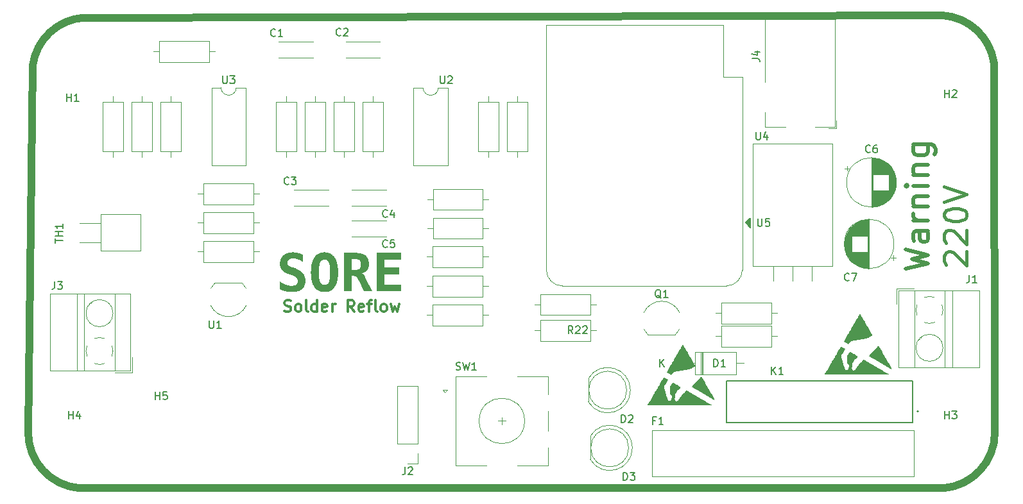
<source format=gbr>
%TF.GenerationSoftware,KiCad,Pcbnew,7.0.10*%
%TF.CreationDate,2024-03-07T19:54:14+07:00*%
%TF.ProjectId,solder-reflow,736f6c64-6572-42d7-9265-666c6f772e6b,rev?*%
%TF.SameCoordinates,Original*%
%TF.FileFunction,Legend,Top*%
%TF.FilePolarity,Positive*%
%FSLAX46Y46*%
G04 Gerber Fmt 4.6, Leading zero omitted, Abs format (unit mm)*
G04 Created by KiCad (PCBNEW 7.0.10) date 2024-03-07 19:54:14*
%MOMM*%
%LPD*%
G01*
G04 APERTURE LIST*
%ADD10C,1.000000*%
%ADD11C,0.400000*%
%ADD12C,0.375000*%
%ADD13C,0.500000*%
%ADD14C,0.600000*%
%ADD15C,0.150000*%
%ADD16C,0.120000*%
%ADD17C,0.010000*%
%ADD18C,0.127000*%
%ADD19C,0.200000*%
G04 APERTURE END LIST*
D10*
X216554394Y-53827087D02*
X216674940Y-102616000D01*
X209812542Y-109976838D02*
G75*
G03*
X216674940Y-102616000I-516542J7360838D01*
G01*
X216554394Y-53827087D02*
G75*
G03*
X209785320Y-47548261I-7258394J-1036913D01*
G01*
X96513638Y-47843834D02*
X209785320Y-47548261D01*
X89141060Y-102616000D02*
X89744564Y-54122660D01*
X96513638Y-47843830D02*
G75*
G03*
X89744565Y-54122660I489322J-7315740D01*
G01*
X209812542Y-109976838D02*
X96003458Y-109976838D01*
X89141061Y-102616000D02*
G75*
G03*
X96003458Y-109976837I7378939J0D01*
G01*
D11*
X210257771Y-80445414D02*
X210114914Y-80302557D01*
X210114914Y-80302557D02*
X209972057Y-80016843D01*
X209972057Y-80016843D02*
X209972057Y-79302557D01*
X209972057Y-79302557D02*
X210114914Y-79016843D01*
X210114914Y-79016843D02*
X210257771Y-78873985D01*
X210257771Y-78873985D02*
X210543485Y-78731128D01*
X210543485Y-78731128D02*
X210829200Y-78731128D01*
X210829200Y-78731128D02*
X211257771Y-78873985D01*
X211257771Y-78873985D02*
X212972057Y-80588271D01*
X212972057Y-80588271D02*
X212972057Y-78731128D01*
X210257771Y-77588271D02*
X210114914Y-77445414D01*
X210114914Y-77445414D02*
X209972057Y-77159700D01*
X209972057Y-77159700D02*
X209972057Y-76445414D01*
X209972057Y-76445414D02*
X210114914Y-76159700D01*
X210114914Y-76159700D02*
X210257771Y-76016842D01*
X210257771Y-76016842D02*
X210543485Y-75873985D01*
X210543485Y-75873985D02*
X210829200Y-75873985D01*
X210829200Y-75873985D02*
X211257771Y-76016842D01*
X211257771Y-76016842D02*
X212972057Y-77731128D01*
X212972057Y-77731128D02*
X212972057Y-75873985D01*
X209972057Y-74016842D02*
X209972057Y-73731128D01*
X209972057Y-73731128D02*
X210114914Y-73445414D01*
X210114914Y-73445414D02*
X210257771Y-73302557D01*
X210257771Y-73302557D02*
X210543485Y-73159699D01*
X210543485Y-73159699D02*
X211114914Y-73016842D01*
X211114914Y-73016842D02*
X211829200Y-73016842D01*
X211829200Y-73016842D02*
X212400628Y-73159699D01*
X212400628Y-73159699D02*
X212686342Y-73302557D01*
X212686342Y-73302557D02*
X212829200Y-73445414D01*
X212829200Y-73445414D02*
X212972057Y-73731128D01*
X212972057Y-73731128D02*
X212972057Y-74016842D01*
X212972057Y-74016842D02*
X212829200Y-74302557D01*
X212829200Y-74302557D02*
X212686342Y-74445414D01*
X212686342Y-74445414D02*
X212400628Y-74588271D01*
X212400628Y-74588271D02*
X211829200Y-74731128D01*
X211829200Y-74731128D02*
X211114914Y-74731128D01*
X211114914Y-74731128D02*
X210543485Y-74588271D01*
X210543485Y-74588271D02*
X210257771Y-74445414D01*
X210257771Y-74445414D02*
X210114914Y-74302557D01*
X210114914Y-74302557D02*
X209972057Y-74016842D01*
X209972057Y-72159699D02*
X212972057Y-71159699D01*
X212972057Y-71159699D02*
X209972057Y-70159699D01*
D12*
X122960424Y-86593500D02*
X123174710Y-86664928D01*
X123174710Y-86664928D02*
X123531852Y-86664928D01*
X123531852Y-86664928D02*
X123674710Y-86593500D01*
X123674710Y-86593500D02*
X123746138Y-86522071D01*
X123746138Y-86522071D02*
X123817567Y-86379214D01*
X123817567Y-86379214D02*
X123817567Y-86236357D01*
X123817567Y-86236357D02*
X123746138Y-86093500D01*
X123746138Y-86093500D02*
X123674710Y-86022071D01*
X123674710Y-86022071D02*
X123531852Y-85950642D01*
X123531852Y-85950642D02*
X123246138Y-85879214D01*
X123246138Y-85879214D02*
X123103281Y-85807785D01*
X123103281Y-85807785D02*
X123031852Y-85736357D01*
X123031852Y-85736357D02*
X122960424Y-85593500D01*
X122960424Y-85593500D02*
X122960424Y-85450642D01*
X122960424Y-85450642D02*
X123031852Y-85307785D01*
X123031852Y-85307785D02*
X123103281Y-85236357D01*
X123103281Y-85236357D02*
X123246138Y-85164928D01*
X123246138Y-85164928D02*
X123603281Y-85164928D01*
X123603281Y-85164928D02*
X123817567Y-85236357D01*
X124674709Y-86664928D02*
X124531852Y-86593500D01*
X124531852Y-86593500D02*
X124460423Y-86522071D01*
X124460423Y-86522071D02*
X124388995Y-86379214D01*
X124388995Y-86379214D02*
X124388995Y-85950642D01*
X124388995Y-85950642D02*
X124460423Y-85807785D01*
X124460423Y-85807785D02*
X124531852Y-85736357D01*
X124531852Y-85736357D02*
X124674709Y-85664928D01*
X124674709Y-85664928D02*
X124888995Y-85664928D01*
X124888995Y-85664928D02*
X125031852Y-85736357D01*
X125031852Y-85736357D02*
X125103281Y-85807785D01*
X125103281Y-85807785D02*
X125174709Y-85950642D01*
X125174709Y-85950642D02*
X125174709Y-86379214D01*
X125174709Y-86379214D02*
X125103281Y-86522071D01*
X125103281Y-86522071D02*
X125031852Y-86593500D01*
X125031852Y-86593500D02*
X124888995Y-86664928D01*
X124888995Y-86664928D02*
X124674709Y-86664928D01*
X126031852Y-86664928D02*
X125888995Y-86593500D01*
X125888995Y-86593500D02*
X125817566Y-86450642D01*
X125817566Y-86450642D02*
X125817566Y-85164928D01*
X127246138Y-86664928D02*
X127246138Y-85164928D01*
X127246138Y-86593500D02*
X127103280Y-86664928D01*
X127103280Y-86664928D02*
X126817566Y-86664928D01*
X126817566Y-86664928D02*
X126674709Y-86593500D01*
X126674709Y-86593500D02*
X126603280Y-86522071D01*
X126603280Y-86522071D02*
X126531852Y-86379214D01*
X126531852Y-86379214D02*
X126531852Y-85950642D01*
X126531852Y-85950642D02*
X126603280Y-85807785D01*
X126603280Y-85807785D02*
X126674709Y-85736357D01*
X126674709Y-85736357D02*
X126817566Y-85664928D01*
X126817566Y-85664928D02*
X127103280Y-85664928D01*
X127103280Y-85664928D02*
X127246138Y-85736357D01*
X128531852Y-86593500D02*
X128388995Y-86664928D01*
X128388995Y-86664928D02*
X128103281Y-86664928D01*
X128103281Y-86664928D02*
X127960423Y-86593500D01*
X127960423Y-86593500D02*
X127888995Y-86450642D01*
X127888995Y-86450642D02*
X127888995Y-85879214D01*
X127888995Y-85879214D02*
X127960423Y-85736357D01*
X127960423Y-85736357D02*
X128103281Y-85664928D01*
X128103281Y-85664928D02*
X128388995Y-85664928D01*
X128388995Y-85664928D02*
X128531852Y-85736357D01*
X128531852Y-85736357D02*
X128603281Y-85879214D01*
X128603281Y-85879214D02*
X128603281Y-86022071D01*
X128603281Y-86022071D02*
X127888995Y-86164928D01*
X129246137Y-86664928D02*
X129246137Y-85664928D01*
X129246137Y-85950642D02*
X129317566Y-85807785D01*
X129317566Y-85807785D02*
X129388995Y-85736357D01*
X129388995Y-85736357D02*
X129531852Y-85664928D01*
X129531852Y-85664928D02*
X129674709Y-85664928D01*
X132174708Y-86664928D02*
X131674708Y-85950642D01*
X131317565Y-86664928D02*
X131317565Y-85164928D01*
X131317565Y-85164928D02*
X131888994Y-85164928D01*
X131888994Y-85164928D02*
X132031851Y-85236357D01*
X132031851Y-85236357D02*
X132103280Y-85307785D01*
X132103280Y-85307785D02*
X132174708Y-85450642D01*
X132174708Y-85450642D02*
X132174708Y-85664928D01*
X132174708Y-85664928D02*
X132103280Y-85807785D01*
X132103280Y-85807785D02*
X132031851Y-85879214D01*
X132031851Y-85879214D02*
X131888994Y-85950642D01*
X131888994Y-85950642D02*
X131317565Y-85950642D01*
X133388994Y-86593500D02*
X133246137Y-86664928D01*
X133246137Y-86664928D02*
X132960423Y-86664928D01*
X132960423Y-86664928D02*
X132817565Y-86593500D01*
X132817565Y-86593500D02*
X132746137Y-86450642D01*
X132746137Y-86450642D02*
X132746137Y-85879214D01*
X132746137Y-85879214D02*
X132817565Y-85736357D01*
X132817565Y-85736357D02*
X132960423Y-85664928D01*
X132960423Y-85664928D02*
X133246137Y-85664928D01*
X133246137Y-85664928D02*
X133388994Y-85736357D01*
X133388994Y-85736357D02*
X133460423Y-85879214D01*
X133460423Y-85879214D02*
X133460423Y-86022071D01*
X133460423Y-86022071D02*
X132746137Y-86164928D01*
X133888994Y-85664928D02*
X134460422Y-85664928D01*
X134103279Y-86664928D02*
X134103279Y-85379214D01*
X134103279Y-85379214D02*
X134174708Y-85236357D01*
X134174708Y-85236357D02*
X134317565Y-85164928D01*
X134317565Y-85164928D02*
X134460422Y-85164928D01*
X135174708Y-86664928D02*
X135031851Y-86593500D01*
X135031851Y-86593500D02*
X134960422Y-86450642D01*
X134960422Y-86450642D02*
X134960422Y-85164928D01*
X135960422Y-86664928D02*
X135817565Y-86593500D01*
X135817565Y-86593500D02*
X135746136Y-86522071D01*
X135746136Y-86522071D02*
X135674708Y-86379214D01*
X135674708Y-86379214D02*
X135674708Y-85950642D01*
X135674708Y-85950642D02*
X135746136Y-85807785D01*
X135746136Y-85807785D02*
X135817565Y-85736357D01*
X135817565Y-85736357D02*
X135960422Y-85664928D01*
X135960422Y-85664928D02*
X136174708Y-85664928D01*
X136174708Y-85664928D02*
X136317565Y-85736357D01*
X136317565Y-85736357D02*
X136388994Y-85807785D01*
X136388994Y-85807785D02*
X136460422Y-85950642D01*
X136460422Y-85950642D02*
X136460422Y-86379214D01*
X136460422Y-86379214D02*
X136388994Y-86522071D01*
X136388994Y-86522071D02*
X136317565Y-86593500D01*
X136317565Y-86593500D02*
X136174708Y-86664928D01*
X136174708Y-86664928D02*
X135960422Y-86664928D01*
X136960422Y-85664928D02*
X137246137Y-86664928D01*
X137246137Y-86664928D02*
X137531851Y-85950642D01*
X137531851Y-85950642D02*
X137817565Y-86664928D01*
X137817565Y-86664928D02*
X138103279Y-85664928D01*
D13*
X204886857Y-81030481D02*
X207886857Y-80316195D01*
X207886857Y-80316195D02*
X205744000Y-79744767D01*
X205744000Y-79744767D02*
X207886857Y-79173338D01*
X207886857Y-79173338D02*
X204886857Y-78459053D01*
X207886857Y-76030482D02*
X206315428Y-76030482D01*
X206315428Y-76030482D02*
X206029714Y-76173339D01*
X206029714Y-76173339D02*
X205886857Y-76459053D01*
X205886857Y-76459053D02*
X205886857Y-77030482D01*
X205886857Y-77030482D02*
X206029714Y-77316196D01*
X207744000Y-76030482D02*
X207886857Y-76316196D01*
X207886857Y-76316196D02*
X207886857Y-77030482D01*
X207886857Y-77030482D02*
X207744000Y-77316196D01*
X207744000Y-77316196D02*
X207458285Y-77459053D01*
X207458285Y-77459053D02*
X207172571Y-77459053D01*
X207172571Y-77459053D02*
X206886857Y-77316196D01*
X206886857Y-77316196D02*
X206744000Y-77030482D01*
X206744000Y-77030482D02*
X206744000Y-76316196D01*
X206744000Y-76316196D02*
X206601142Y-76030482D01*
X207886857Y-74601910D02*
X205886857Y-74601910D01*
X206458285Y-74601910D02*
X206172571Y-74459053D01*
X206172571Y-74459053D02*
X206029714Y-74316196D01*
X206029714Y-74316196D02*
X205886857Y-74030481D01*
X205886857Y-74030481D02*
X205886857Y-73744767D01*
X205886857Y-72744767D02*
X207886857Y-72744767D01*
X206172571Y-72744767D02*
X206029714Y-72601910D01*
X206029714Y-72601910D02*
X205886857Y-72316195D01*
X205886857Y-72316195D02*
X205886857Y-71887624D01*
X205886857Y-71887624D02*
X206029714Y-71601910D01*
X206029714Y-71601910D02*
X206315428Y-71459053D01*
X206315428Y-71459053D02*
X207886857Y-71459053D01*
X207886857Y-70030481D02*
X205886857Y-70030481D01*
X204886857Y-70030481D02*
X205029714Y-70173338D01*
X205029714Y-70173338D02*
X205172571Y-70030481D01*
X205172571Y-70030481D02*
X205029714Y-69887624D01*
X205029714Y-69887624D02*
X204886857Y-70030481D01*
X204886857Y-70030481D02*
X205172571Y-70030481D01*
X205886857Y-68601910D02*
X207886857Y-68601910D01*
X206172571Y-68601910D02*
X206029714Y-68459053D01*
X206029714Y-68459053D02*
X205886857Y-68173338D01*
X205886857Y-68173338D02*
X205886857Y-67744767D01*
X205886857Y-67744767D02*
X206029714Y-67459053D01*
X206029714Y-67459053D02*
X206315428Y-67316196D01*
X206315428Y-67316196D02*
X207886857Y-67316196D01*
X205886857Y-64601910D02*
X208315428Y-64601910D01*
X208315428Y-64601910D02*
X208601142Y-64744767D01*
X208601142Y-64744767D02*
X208744000Y-64887624D01*
X208744000Y-64887624D02*
X208886857Y-65173338D01*
X208886857Y-65173338D02*
X208886857Y-65601910D01*
X208886857Y-65601910D02*
X208744000Y-65887624D01*
X207744000Y-64601910D02*
X207886857Y-64887624D01*
X207886857Y-64887624D02*
X207886857Y-65459052D01*
X207886857Y-65459052D02*
X207744000Y-65744767D01*
X207744000Y-65744767D02*
X207601142Y-65887624D01*
X207601142Y-65887624D02*
X207315428Y-66030481D01*
X207315428Y-66030481D02*
X206458285Y-66030481D01*
X206458285Y-66030481D02*
X206172571Y-65887624D01*
X206172571Y-65887624D02*
X206029714Y-65744767D01*
X206029714Y-65744767D02*
X205886857Y-65459052D01*
X205886857Y-65459052D02*
X205886857Y-64887624D01*
X205886857Y-64887624D02*
X206029714Y-64601910D01*
D14*
G36*
X123909357Y-84064157D02*
G01*
X123858219Y-84063852D01*
X123807386Y-84062936D01*
X123756858Y-84061409D01*
X123706636Y-84059272D01*
X123656719Y-84056525D01*
X123607107Y-84053166D01*
X123557800Y-84049197D01*
X123508799Y-84044618D01*
X123460237Y-84039313D01*
X123411636Y-84033169D01*
X123362998Y-84026185D01*
X123314321Y-84018362D01*
X123265606Y-84009699D01*
X123216853Y-84000196D01*
X123168061Y-83989854D01*
X123119232Y-83978672D01*
X123069983Y-83967204D01*
X123021153Y-83955088D01*
X122972743Y-83942322D01*
X122924754Y-83928908D01*
X122877183Y-83914845D01*
X122830033Y-83900133D01*
X122783303Y-83884772D01*
X122736992Y-83868763D01*
X122668313Y-83843532D01*
X122600578Y-83816842D01*
X122533788Y-83788692D01*
X122467943Y-83759083D01*
X122403042Y-83728013D01*
X122381618Y-83717332D01*
X122381618Y-82689070D01*
X122432332Y-82724218D01*
X122482808Y-82758221D01*
X122533044Y-82791080D01*
X122583043Y-82822793D01*
X122632802Y-82853361D01*
X122682323Y-82882785D01*
X122731606Y-82911064D01*
X122780650Y-82938198D01*
X122829456Y-82964187D01*
X122878023Y-82989031D01*
X122926352Y-83012730D01*
X122974442Y-83035284D01*
X123022293Y-83056694D01*
X123069906Y-83076958D01*
X123117281Y-83096078D01*
X123164417Y-83114053D01*
X123212092Y-83130911D01*
X123259557Y-83146682D01*
X123306812Y-83161365D01*
X123353858Y-83174961D01*
X123424032Y-83193315D01*
X123493734Y-83209221D01*
X123562964Y-83222681D01*
X123631722Y-83233693D01*
X123700008Y-83242259D01*
X123767821Y-83248377D01*
X123835162Y-83252047D01*
X123902030Y-83253271D01*
X123971085Y-83251779D01*
X124037199Y-83247303D01*
X124100371Y-83239844D01*
X124160603Y-83229400D01*
X124217894Y-83215973D01*
X124272244Y-83199561D01*
X124323653Y-83180166D01*
X124372121Y-83157787D01*
X124417649Y-83132424D01*
X124460235Y-83104078D01*
X124486992Y-83083522D01*
X124523657Y-83051190D01*
X124566934Y-83004373D01*
X124603799Y-82953321D01*
X124634253Y-82898032D01*
X124658296Y-82838508D01*
X124672120Y-82791084D01*
X124682338Y-82741278D01*
X124688950Y-82689089D01*
X124691955Y-82634517D01*
X124692156Y-82615797D01*
X124690019Y-82558247D01*
X124683607Y-82502835D01*
X124672922Y-82449559D01*
X124657962Y-82398421D01*
X124638728Y-82349420D01*
X124615219Y-82302556D01*
X124587437Y-82257829D01*
X124555380Y-82215239D01*
X124522455Y-82177822D01*
X124486725Y-82142510D01*
X124448190Y-82109301D01*
X124406850Y-82078196D01*
X124381967Y-82061366D01*
X124337046Y-82033391D01*
X124289904Y-82007170D01*
X124240541Y-81982701D01*
X124188958Y-81959986D01*
X124158485Y-81947793D01*
X123662672Y-81760947D01*
X123614210Y-81742319D01*
X123566826Y-81723681D01*
X123520520Y-81705034D01*
X123475292Y-81686377D01*
X123409472Y-81658374D01*
X123346077Y-81630349D01*
X123285108Y-81602303D01*
X123226565Y-81574235D01*
X123170448Y-81546146D01*
X123116756Y-81518035D01*
X123065490Y-81489903D01*
X123016650Y-81461750D01*
X122970303Y-81433314D01*
X122926061Y-81404791D01*
X122883922Y-81376184D01*
X122843886Y-81347490D01*
X122793778Y-81309098D01*
X122747410Y-81270553D01*
X122704782Y-81231856D01*
X122665894Y-81193006D01*
X122630746Y-81154004D01*
X122598064Y-81114472D01*
X122567491Y-81073117D01*
X122539026Y-81029941D01*
X122512670Y-80984942D01*
X122488422Y-80938121D01*
X122466283Y-80889477D01*
X122446252Y-80839012D01*
X122428330Y-80786724D01*
X122412516Y-80732613D01*
X122398811Y-80676681D01*
X122387214Y-80618926D01*
X122377726Y-80559349D01*
X122370346Y-80497949D01*
X122365075Y-80434728D01*
X122361912Y-80369684D01*
X122360858Y-80302817D01*
X122362594Y-80217447D01*
X122367803Y-80134442D01*
X122376486Y-80053804D01*
X122388640Y-79975532D01*
X122404268Y-79899626D01*
X122423369Y-79826086D01*
X122445942Y-79754912D01*
X122471988Y-79686104D01*
X122501507Y-79619662D01*
X122534499Y-79555587D01*
X122570964Y-79493877D01*
X122610901Y-79434534D01*
X122654312Y-79377557D01*
X122701195Y-79322946D01*
X122751551Y-79270701D01*
X122805380Y-79220822D01*
X122862653Y-79173204D01*
X122922426Y-79128658D01*
X122984698Y-79087184D01*
X123049470Y-79048783D01*
X123116742Y-79013454D01*
X123186513Y-78981196D01*
X123258784Y-78952011D01*
X123333555Y-78925898D01*
X123410825Y-78902857D01*
X123490595Y-78882889D01*
X123572865Y-78865992D01*
X123657635Y-78852168D01*
X123744904Y-78841415D01*
X123834673Y-78833735D01*
X123926941Y-78829127D01*
X124021709Y-78827591D01*
X124092481Y-78828245D01*
X124162373Y-78830209D01*
X124231385Y-78833483D01*
X124299516Y-78838066D01*
X124366768Y-78843959D01*
X124433139Y-78851161D01*
X124498630Y-78859672D01*
X124563241Y-78869493D01*
X124626972Y-78880624D01*
X124689823Y-78893064D01*
X124731235Y-78902085D01*
X124793381Y-78916618D01*
X124856171Y-78932739D01*
X124919605Y-78950449D01*
X124983683Y-78969748D01*
X125048405Y-78990635D01*
X125113770Y-79013110D01*
X125179780Y-79037174D01*
X125246434Y-79062827D01*
X125313732Y-79090068D01*
X125358955Y-79109111D01*
X125404465Y-79128861D01*
X125427327Y-79139000D01*
X125427327Y-80104981D01*
X125386252Y-80076280D01*
X125345152Y-80048490D01*
X125304029Y-80021611D01*
X125221712Y-79970587D01*
X125139299Y-79923208D01*
X125056791Y-79879473D01*
X124974187Y-79839383D01*
X124891488Y-79802938D01*
X124808694Y-79770137D01*
X124725804Y-79740980D01*
X124642818Y-79715468D01*
X124559738Y-79693601D01*
X124476561Y-79675378D01*
X124393290Y-79660800D01*
X124309923Y-79649866D01*
X124226461Y-79642577D01*
X124142903Y-79638932D01*
X124101088Y-79638477D01*
X124033307Y-79639754D01*
X123968725Y-79643586D01*
X123907341Y-79649972D01*
X123849155Y-79658913D01*
X123794169Y-79670408D01*
X123742380Y-79684458D01*
X123693791Y-79701063D01*
X123648399Y-79720222D01*
X123592853Y-79749741D01*
X123542993Y-79783801D01*
X123497484Y-79822327D01*
X123458043Y-79864630D01*
X123424669Y-79910712D01*
X123397363Y-79960572D01*
X123376126Y-80014210D01*
X123360956Y-80071626D01*
X123351854Y-80132821D01*
X123348820Y-80197793D01*
X123351053Y-80250000D01*
X123357750Y-80299764D01*
X123372401Y-80358535D01*
X123394029Y-80413490D01*
X123422633Y-80464628D01*
X123458214Y-80511950D01*
X123491702Y-80547060D01*
X123530094Y-80581407D01*
X123570574Y-80611711D01*
X123617483Y-80642248D01*
X123662806Y-80668609D01*
X123695645Y-80686279D01*
X123740868Y-80709009D01*
X123791816Y-80732933D01*
X123836695Y-80752930D01*
X123885239Y-80773691D01*
X123937445Y-80795215D01*
X123993316Y-80817502D01*
X124052850Y-80840552D01*
X124083991Y-80852364D01*
X124517522Y-81014785D01*
X124593619Y-81043856D01*
X124667121Y-81073976D01*
X124738028Y-81105146D01*
X124806339Y-81137365D01*
X124872056Y-81170633D01*
X124935177Y-81204951D01*
X124995704Y-81240319D01*
X125053635Y-81276736D01*
X125108971Y-81314202D01*
X125161713Y-81352718D01*
X125211859Y-81392284D01*
X125259410Y-81432898D01*
X125304366Y-81474563D01*
X125346727Y-81517277D01*
X125386492Y-81561040D01*
X125423663Y-81605853D01*
X125458859Y-81652793D01*
X125491784Y-81701413D01*
X125522438Y-81751712D01*
X125550822Y-81803690D01*
X125576935Y-81857347D01*
X125600777Y-81912683D01*
X125622349Y-81969698D01*
X125641650Y-82028393D01*
X125658680Y-82088767D01*
X125673440Y-82150820D01*
X125685928Y-82214552D01*
X125696147Y-82279963D01*
X125704094Y-82347054D01*
X125709771Y-82415823D01*
X125713177Y-82486272D01*
X125714312Y-82558400D01*
X125712523Y-82650669D01*
X125707157Y-82740018D01*
X125698212Y-82826447D01*
X125685690Y-82909957D01*
X125669590Y-82990548D01*
X125649912Y-83068219D01*
X125626657Y-83142971D01*
X125599823Y-83214803D01*
X125569412Y-83283715D01*
X125535423Y-83349709D01*
X125497857Y-83412783D01*
X125456712Y-83472937D01*
X125411990Y-83530172D01*
X125363690Y-83584487D01*
X125311812Y-83635883D01*
X125256357Y-83684360D01*
X125197428Y-83730351D01*
X125135132Y-83773375D01*
X125069468Y-83813431D01*
X125000436Y-83850521D01*
X124928036Y-83884643D01*
X124852268Y-83915799D01*
X124773133Y-83943987D01*
X124690629Y-83969208D01*
X124604758Y-83991462D01*
X124515519Y-84010748D01*
X124422911Y-84027068D01*
X124326936Y-84040420D01*
X124277686Y-84045983D01*
X124227594Y-84050805D01*
X124176659Y-84054885D01*
X124124883Y-84058223D01*
X124072264Y-84060819D01*
X124018804Y-84062674D01*
X123964502Y-84063786D01*
X123909357Y-84064157D01*
G37*
G36*
X128291038Y-78828238D02*
G01*
X128345122Y-78830181D01*
X128398372Y-78833419D01*
X128450786Y-78837952D01*
X128502366Y-78843780D01*
X128553110Y-78850903D01*
X128603020Y-78859322D01*
X128652096Y-78869036D01*
X128700336Y-78880044D01*
X128747742Y-78892348D01*
X128840048Y-78920842D01*
X128929015Y-78954516D01*
X129014644Y-78993370D01*
X129096932Y-79037406D01*
X129175882Y-79086622D01*
X129251492Y-79141018D01*
X129323763Y-79200595D01*
X129392695Y-79265353D01*
X129458288Y-79335291D01*
X129520541Y-79410410D01*
X129550416Y-79449913D01*
X129579455Y-79490710D01*
X129607179Y-79532696D01*
X129634023Y-79575918D01*
X129659987Y-79620376D01*
X129685071Y-79666069D01*
X129709275Y-79712997D01*
X129732598Y-79761161D01*
X129755042Y-79810561D01*
X129776605Y-79861196D01*
X129797288Y-79913066D01*
X129817091Y-79966172D01*
X129836014Y-80020514D01*
X129854057Y-80076091D01*
X129871219Y-80132904D01*
X129887502Y-80190952D01*
X129902904Y-80250236D01*
X129917426Y-80310755D01*
X129931068Y-80372510D01*
X129943830Y-80435500D01*
X129955712Y-80499726D01*
X129966714Y-80565188D01*
X129976835Y-80631885D01*
X129986077Y-80699817D01*
X129994438Y-80768985D01*
X130001919Y-80839388D01*
X130008520Y-80911027D01*
X130014241Y-80983902D01*
X130019082Y-81058012D01*
X130023042Y-81133358D01*
X130026123Y-81209939D01*
X130028323Y-81287755D01*
X130029643Y-81366807D01*
X130030083Y-81447095D01*
X130029643Y-81527011D01*
X130028323Y-81605710D01*
X130026123Y-81683193D01*
X130023042Y-81759459D01*
X130019082Y-81834509D01*
X130014241Y-81908342D01*
X130008520Y-81980959D01*
X130001919Y-82052359D01*
X129994438Y-82122543D01*
X129986077Y-82191511D01*
X129976835Y-82259262D01*
X129966714Y-82325797D01*
X129955712Y-82391115D01*
X129943830Y-82455217D01*
X129931068Y-82518102D01*
X129917426Y-82579771D01*
X129902904Y-82640224D01*
X129887502Y-82699460D01*
X129871219Y-82757479D01*
X129854057Y-82814283D01*
X129836014Y-82869869D01*
X129817091Y-82924240D01*
X129797288Y-82977393D01*
X129776605Y-83029331D01*
X129755042Y-83080052D01*
X129732598Y-83129556D01*
X129709275Y-83177844D01*
X129685071Y-83224916D01*
X129659987Y-83270771D01*
X129634023Y-83315410D01*
X129607179Y-83358832D01*
X129579455Y-83401038D01*
X129537459Y-83459939D01*
X129493445Y-83516199D01*
X129447414Y-83569819D01*
X129399364Y-83620799D01*
X129349297Y-83669139D01*
X129297212Y-83714837D01*
X129243108Y-83757896D01*
X129186987Y-83798314D01*
X129128849Y-83836092D01*
X129068692Y-83871229D01*
X129027466Y-83893187D01*
X128963861Y-83923741D01*
X128898065Y-83951290D01*
X128830080Y-83975834D01*
X128759906Y-83997372D01*
X128711907Y-84010061D01*
X128662934Y-84021415D01*
X128612988Y-84031432D01*
X128562069Y-84040115D01*
X128510177Y-84047461D01*
X128457312Y-84053472D01*
X128403474Y-84058147D01*
X128348662Y-84061486D01*
X128292877Y-84063489D01*
X128236120Y-84064157D01*
X128178932Y-84063489D01*
X128122776Y-84061486D01*
X128067649Y-84058147D01*
X128013553Y-84053472D01*
X127960488Y-84047461D01*
X127908452Y-84040115D01*
X127857448Y-84031432D01*
X127807473Y-84021415D01*
X127758529Y-84010061D01*
X127710616Y-83997372D01*
X127663733Y-83983347D01*
X127595340Y-83959805D01*
X127529265Y-83933258D01*
X127465509Y-83903706D01*
X127444773Y-83893187D01*
X127383958Y-83859842D01*
X127325160Y-83823921D01*
X127268381Y-83785425D01*
X127213620Y-83744352D01*
X127160876Y-83700703D01*
X127110150Y-83654478D01*
X127061443Y-83605677D01*
X127014753Y-83554300D01*
X126970081Y-83500347D01*
X126927426Y-83443819D01*
X126900111Y-83404702D01*
X126872086Y-83362714D01*
X126844951Y-83319488D01*
X126818706Y-83275025D01*
X126793350Y-83229324D01*
X126768884Y-83182384D01*
X126745308Y-83134207D01*
X126722621Y-83084792D01*
X126700824Y-83034139D01*
X126679917Y-82982248D01*
X126659899Y-82929120D01*
X126640771Y-82874753D01*
X126622533Y-82819148D01*
X126605184Y-82762306D01*
X126588725Y-82704225D01*
X126573156Y-82644907D01*
X126558476Y-82584351D01*
X126544687Y-82522557D01*
X126531786Y-82459525D01*
X126519776Y-82395255D01*
X126508655Y-82329747D01*
X126498423Y-82263001D01*
X126489082Y-82195017D01*
X126480630Y-82125796D01*
X126473068Y-82055336D01*
X126466395Y-81983639D01*
X126460612Y-81910703D01*
X126455719Y-81836530D01*
X126451716Y-81761119D01*
X126448602Y-81684470D01*
X126446378Y-81606583D01*
X126445043Y-81527458D01*
X126444598Y-81447095D01*
X126444612Y-81444653D01*
X127494842Y-81444653D01*
X127495015Y-81500177D01*
X127495534Y-81554705D01*
X127496399Y-81608236D01*
X127497609Y-81660769D01*
X127499166Y-81712306D01*
X127501068Y-81762846D01*
X127503316Y-81812388D01*
X127508849Y-81908483D01*
X127515767Y-82000589D01*
X127524067Y-82088707D01*
X127533751Y-82172837D01*
X127544818Y-82252980D01*
X127557269Y-82329134D01*
X127571103Y-82401300D01*
X127586320Y-82469478D01*
X127602921Y-82533668D01*
X127620905Y-82593870D01*
X127640273Y-82650084D01*
X127661024Y-82702310D01*
X127671919Y-82726928D01*
X127695017Y-82775285D01*
X127719737Y-82820522D01*
X127746079Y-82862640D01*
X127788633Y-82919967D01*
X127834836Y-82970274D01*
X127884689Y-83013561D01*
X127938191Y-83049829D01*
X127995342Y-83079077D01*
X128056143Y-83101306D01*
X128120593Y-83116515D01*
X128188693Y-83124705D01*
X128236120Y-83126265D01*
X128307307Y-83122755D01*
X128374780Y-83112225D01*
X128438539Y-83094676D01*
X128498585Y-83070108D01*
X128554917Y-83038520D01*
X128607536Y-82999912D01*
X128656440Y-82954285D01*
X128701631Y-82901638D01*
X128743108Y-82841971D01*
X128768697Y-82798294D01*
X128792634Y-82751496D01*
X128803984Y-82726928D01*
X128825427Y-82676696D01*
X128845486Y-82622476D01*
X128864162Y-82564268D01*
X128881455Y-82502072D01*
X128897364Y-82435887D01*
X128911890Y-82365715D01*
X128925032Y-82291555D01*
X128936791Y-82213407D01*
X128947167Y-82131271D01*
X128956159Y-82045147D01*
X128963768Y-81955034D01*
X128969993Y-81860934D01*
X128974835Y-81762846D01*
X128976737Y-81712306D01*
X128978293Y-81660769D01*
X128979504Y-81608236D01*
X128980369Y-81554705D01*
X128980887Y-81500177D01*
X128981060Y-81444653D01*
X128980887Y-81389278D01*
X128980369Y-81334896D01*
X128979504Y-81281506D01*
X128978293Y-81229108D01*
X128976737Y-81177703D01*
X128974835Y-81127290D01*
X128972587Y-81077869D01*
X128967053Y-80982003D01*
X128960136Y-80890107D01*
X128951836Y-80802179D01*
X128942152Y-80718221D01*
X128931085Y-80638231D01*
X128918634Y-80562211D01*
X128904800Y-80490159D01*
X128889582Y-80422077D01*
X128872982Y-80357963D01*
X128854997Y-80297818D01*
X128835630Y-80241642D01*
X128814878Y-80189435D01*
X128803984Y-80164820D01*
X128780872Y-80116463D01*
X128756109Y-80071226D01*
X128729695Y-80029108D01*
X128686980Y-79971781D01*
X128640551Y-79921474D01*
X128590409Y-79878187D01*
X128536553Y-79841919D01*
X128478983Y-79812670D01*
X128417699Y-79790442D01*
X128352701Y-79775233D01*
X128283990Y-79767043D01*
X128236120Y-79765483D01*
X128166210Y-79768993D01*
X128099821Y-79779522D01*
X128036952Y-79797071D01*
X127977604Y-79821640D01*
X127921776Y-79853228D01*
X127869469Y-79891836D01*
X127820682Y-79937463D01*
X127775416Y-79990110D01*
X127733671Y-80049777D01*
X127707796Y-80093454D01*
X127683487Y-80140252D01*
X127671919Y-80164820D01*
X127650476Y-80215043D01*
X127630416Y-80269234D01*
X127611740Y-80327394D01*
X127594448Y-80389524D01*
X127578539Y-80455622D01*
X127564013Y-80525689D01*
X127550870Y-80599725D01*
X127539112Y-80677730D01*
X127528736Y-80759704D01*
X127519744Y-80845647D01*
X127512135Y-80935559D01*
X127505910Y-81029440D01*
X127501068Y-81127290D01*
X127499166Y-81177703D01*
X127497609Y-81229108D01*
X127496399Y-81281506D01*
X127495534Y-81334896D01*
X127495015Y-81389278D01*
X127494842Y-81444653D01*
X126444612Y-81444653D01*
X126445043Y-81367247D01*
X126446378Y-81288600D01*
X126448602Y-81211152D01*
X126451716Y-81134903D01*
X126455719Y-81059855D01*
X126460612Y-80986006D01*
X126466395Y-80913357D01*
X126473068Y-80841907D01*
X126480630Y-80771657D01*
X126489082Y-80702608D01*
X126498423Y-80634757D01*
X126508655Y-80568107D01*
X126519776Y-80502656D01*
X126531786Y-80438406D01*
X126544687Y-80375354D01*
X126558476Y-80313503D01*
X126573156Y-80252851D01*
X126588725Y-80193399D01*
X126605184Y-80135147D01*
X126622533Y-80078095D01*
X126640771Y-80022242D01*
X126659899Y-79967589D01*
X126679917Y-79914136D01*
X126700824Y-79861883D01*
X126722621Y-79810829D01*
X126745308Y-79760975D01*
X126768884Y-79712321D01*
X126793350Y-79664866D01*
X126818706Y-79618612D01*
X126844951Y-79573557D01*
X126872086Y-79529702D01*
X126900111Y-79487046D01*
X126929988Y-79444585D01*
X126960695Y-79403603D01*
X126992232Y-79364100D01*
X127024599Y-79326075D01*
X127057796Y-79289529D01*
X127091823Y-79254462D01*
X127144420Y-79204635D01*
X127198884Y-79158134D01*
X127255216Y-79114961D01*
X127313416Y-79075115D01*
X127373483Y-79038597D01*
X127435418Y-79005406D01*
X127477745Y-78985127D01*
X127542514Y-78956974D01*
X127608592Y-78931589D01*
X127675979Y-78908974D01*
X127744676Y-78889128D01*
X127814683Y-78872052D01*
X127885998Y-78857744D01*
X127934270Y-78849744D01*
X127983123Y-78842975D01*
X128032558Y-78837437D01*
X128082576Y-78833129D01*
X128133175Y-78830052D01*
X128184356Y-78828206D01*
X128236120Y-78827591D01*
X128291038Y-78828238D01*
G37*
G36*
X132313670Y-78906086D02*
G01*
X132373565Y-78907098D01*
X132432376Y-78908786D01*
X132490105Y-78911148D01*
X132546751Y-78914186D01*
X132602313Y-78917898D01*
X132656793Y-78922286D01*
X132710191Y-78927349D01*
X132762505Y-78933086D01*
X132813736Y-78939499D01*
X132863885Y-78946586D01*
X132912950Y-78954349D01*
X133007833Y-78971899D01*
X133098384Y-78992149D01*
X133184604Y-79015099D01*
X133266492Y-79040750D01*
X133344048Y-79069100D01*
X133417274Y-79100150D01*
X133486167Y-79133901D01*
X133550729Y-79170351D01*
X133610960Y-79209501D01*
X133666859Y-79251352D01*
X133706412Y-79284833D01*
X133744010Y-79320246D01*
X133779656Y-79357590D01*
X133813348Y-79396867D01*
X133845086Y-79438076D01*
X133874871Y-79481217D01*
X133902703Y-79526290D01*
X133928581Y-79573295D01*
X133952505Y-79622231D01*
X133974476Y-79673100D01*
X133988039Y-79708086D01*
X134007026Y-79761971D01*
X134024145Y-79817380D01*
X134039398Y-79874313D01*
X134052782Y-79932770D01*
X134064299Y-79992752D01*
X134073948Y-80054257D01*
X134081730Y-80117287D01*
X134087644Y-80181841D01*
X134091690Y-80247919D01*
X134093869Y-80315521D01*
X134094284Y-80361436D01*
X134093726Y-80414297D01*
X134092052Y-80465721D01*
X134089261Y-80515706D01*
X134083804Y-80580115D01*
X134076362Y-80641968D01*
X134066936Y-80701264D01*
X134055525Y-80758002D01*
X134042130Y-80812184D01*
X134030781Y-80851143D01*
X134014142Y-80901098D01*
X133995366Y-80949603D01*
X133974453Y-80996658D01*
X133951402Y-81042263D01*
X133926215Y-81086417D01*
X133898890Y-81129121D01*
X133869428Y-81170376D01*
X133837829Y-81210180D01*
X133797913Y-81255397D01*
X133755254Y-81297930D01*
X133709852Y-81337781D01*
X133661707Y-81374948D01*
X133621216Y-81402750D01*
X133578970Y-81428834D01*
X133534968Y-81453201D01*
X133489173Y-81475488D01*
X133440935Y-81495944D01*
X133390254Y-81514567D01*
X133337131Y-81531359D01*
X133281566Y-81546319D01*
X133223558Y-81559447D01*
X133163108Y-81570743D01*
X133100216Y-81580207D01*
X133148808Y-81593618D01*
X133203419Y-81613883D01*
X133253995Y-81638698D01*
X133300534Y-81668065D01*
X133343038Y-81701982D01*
X133362777Y-81720647D01*
X133396265Y-81757427D01*
X133428851Y-81799909D01*
X133459763Y-81845132D01*
X133480013Y-81876963D01*
X133505845Y-81919037D01*
X133532965Y-81965577D01*
X133561372Y-82016582D01*
X133586029Y-82062496D01*
X133611580Y-82111512D01*
X133632665Y-82152957D01*
X134555903Y-83986000D01*
X133448262Y-83986000D01*
X132832770Y-82687849D01*
X132761939Y-82536418D01*
X132734866Y-82482129D01*
X132707686Y-82430545D01*
X132680398Y-82381665D01*
X132653003Y-82335490D01*
X132625501Y-82292020D01*
X132597891Y-82251255D01*
X132560911Y-82201109D01*
X132523741Y-82155771D01*
X132486379Y-82115242D01*
X132467627Y-82096781D01*
X132429426Y-82063293D01*
X132389927Y-82034270D01*
X132338729Y-82004271D01*
X132285504Y-81981248D01*
X132230251Y-81965201D01*
X132172971Y-81956132D01*
X132125687Y-81953899D01*
X131804508Y-81953899D01*
X131804508Y-83986000D01*
X130795785Y-83986000D01*
X130795785Y-79716635D01*
X131804508Y-79716635D01*
X131804508Y-81143013D01*
X132279560Y-81143013D01*
X132330398Y-81142354D01*
X132379413Y-81140380D01*
X132449520Y-81134948D01*
X132515526Y-81126555D01*
X132577432Y-81115199D01*
X132635239Y-81100881D01*
X132688945Y-81083600D01*
X132738550Y-81063357D01*
X132784056Y-81040152D01*
X132825462Y-81013984D01*
X132874291Y-80974485D01*
X132908452Y-80938313D01*
X132939340Y-80897115D01*
X132966956Y-80850891D01*
X132991299Y-80799642D01*
X133003740Y-80768100D01*
X133019926Y-80716723D01*
X133032763Y-80659679D01*
X133040902Y-80607813D01*
X133046716Y-80552012D01*
X133050204Y-80492275D01*
X133051321Y-80441652D01*
X133051367Y-80428602D01*
X133049811Y-80358220D01*
X133045142Y-80291788D01*
X133037360Y-80229306D01*
X133026466Y-80170774D01*
X133012459Y-80116191D01*
X132995339Y-80065558D01*
X132975107Y-80018876D01*
X132943289Y-79962776D01*
X132905937Y-79913698D01*
X132874291Y-79881498D01*
X132825462Y-79842858D01*
X132769343Y-79809370D01*
X132722471Y-79787635D01*
X132671498Y-79768799D01*
X132616425Y-79752860D01*
X132557253Y-79739819D01*
X132493980Y-79729676D01*
X132426606Y-79722431D01*
X132355133Y-79718084D01*
X132305207Y-79716796D01*
X132279560Y-79716635D01*
X131804508Y-79716635D01*
X130795785Y-79716635D01*
X130795785Y-78905748D01*
X132252693Y-78905748D01*
X132313670Y-78906086D01*
G37*
G36*
X135126210Y-78905748D02*
G01*
X138305031Y-78905748D01*
X138305031Y-79765483D01*
X136134933Y-79765483D01*
X136134933Y-80859691D01*
X138099867Y-80859691D01*
X138099867Y-81719426D01*
X136134933Y-81719426D01*
X136134933Y-83126265D01*
X138305031Y-83126265D01*
X138305031Y-83986000D01*
X135126210Y-83986000D01*
X135126210Y-78905748D01*
G37*
D15*
X160987796Y-89563881D02*
X160654463Y-89087690D01*
X160416368Y-89563881D02*
X160416368Y-88563881D01*
X160416368Y-88563881D02*
X160797320Y-88563881D01*
X160797320Y-88563881D02*
X160892558Y-88611500D01*
X160892558Y-88611500D02*
X160940177Y-88659119D01*
X160940177Y-88659119D02*
X160987796Y-88754357D01*
X160987796Y-88754357D02*
X160987796Y-88897214D01*
X160987796Y-88897214D02*
X160940177Y-88992452D01*
X160940177Y-88992452D02*
X160892558Y-89040071D01*
X160892558Y-89040071D02*
X160797320Y-89087690D01*
X160797320Y-89087690D02*
X160416368Y-89087690D01*
X161368749Y-88659119D02*
X161416368Y-88611500D01*
X161416368Y-88611500D02*
X161511606Y-88563881D01*
X161511606Y-88563881D02*
X161749701Y-88563881D01*
X161749701Y-88563881D02*
X161844939Y-88611500D01*
X161844939Y-88611500D02*
X161892558Y-88659119D01*
X161892558Y-88659119D02*
X161940177Y-88754357D01*
X161940177Y-88754357D02*
X161940177Y-88849595D01*
X161940177Y-88849595D02*
X161892558Y-88992452D01*
X161892558Y-88992452D02*
X161321130Y-89563881D01*
X161321130Y-89563881D02*
X161940177Y-89563881D01*
X162321130Y-88659119D02*
X162368749Y-88611500D01*
X162368749Y-88611500D02*
X162463987Y-88563881D01*
X162463987Y-88563881D02*
X162702082Y-88563881D01*
X162702082Y-88563881D02*
X162797320Y-88611500D01*
X162797320Y-88611500D02*
X162844939Y-88659119D01*
X162844939Y-88659119D02*
X162892558Y-88754357D01*
X162892558Y-88754357D02*
X162892558Y-88849595D01*
X162892558Y-88849595D02*
X162844939Y-88992452D01*
X162844939Y-88992452D02*
X162273511Y-89563881D01*
X162273511Y-89563881D02*
X162892558Y-89563881D01*
X92694819Y-77580713D02*
X92694819Y-77009285D01*
X93694819Y-77294999D02*
X92694819Y-77294999D01*
X93694819Y-76675951D02*
X92694819Y-76675951D01*
X93171009Y-76675951D02*
X93171009Y-76104523D01*
X93694819Y-76104523D02*
X92694819Y-76104523D01*
X93694819Y-75104523D02*
X93694819Y-75675951D01*
X93694819Y-75390237D02*
X92694819Y-75390237D01*
X92694819Y-75390237D02*
X92837676Y-75485475D01*
X92837676Y-75485475D02*
X92932914Y-75580713D01*
X92932914Y-75580713D02*
X92980533Y-75675951D01*
X94234095Y-58874819D02*
X94234095Y-57874819D01*
X94234095Y-58351009D02*
X94805523Y-58351009D01*
X94805523Y-58874819D02*
X94805523Y-57874819D01*
X95805523Y-58874819D02*
X95234095Y-58874819D01*
X95519809Y-58874819D02*
X95519809Y-57874819D01*
X95519809Y-57874819D02*
X95424571Y-58017676D01*
X95424571Y-58017676D02*
X95329333Y-58112914D01*
X95329333Y-58112914D02*
X95234095Y-58160533D01*
X114823095Y-55534819D02*
X114823095Y-56344342D01*
X114823095Y-56344342D02*
X114870714Y-56439580D01*
X114870714Y-56439580D02*
X114918333Y-56487200D01*
X114918333Y-56487200D02*
X115013571Y-56534819D01*
X115013571Y-56534819D02*
X115204047Y-56534819D01*
X115204047Y-56534819D02*
X115299285Y-56487200D01*
X115299285Y-56487200D02*
X115346904Y-56439580D01*
X115346904Y-56439580D02*
X115394523Y-56344342D01*
X115394523Y-56344342D02*
X115394523Y-55534819D01*
X115775476Y-55534819D02*
X116394523Y-55534819D01*
X116394523Y-55534819D02*
X116061190Y-55915771D01*
X116061190Y-55915771D02*
X116204047Y-55915771D01*
X116204047Y-55915771D02*
X116299285Y-55963390D01*
X116299285Y-55963390D02*
X116346904Y-56011009D01*
X116346904Y-56011009D02*
X116394523Y-56106247D01*
X116394523Y-56106247D02*
X116394523Y-56344342D01*
X116394523Y-56344342D02*
X116346904Y-56439580D01*
X116346904Y-56439580D02*
X116299285Y-56487200D01*
X116299285Y-56487200D02*
X116204047Y-56534819D01*
X116204047Y-56534819D02*
X115918333Y-56534819D01*
X115918333Y-56534819D02*
X115823095Y-56487200D01*
X115823095Y-56487200D02*
X115775476Y-56439580D01*
X167404905Y-101292819D02*
X167404905Y-100292819D01*
X167404905Y-100292819D02*
X167643000Y-100292819D01*
X167643000Y-100292819D02*
X167785857Y-100340438D01*
X167785857Y-100340438D02*
X167881095Y-100435676D01*
X167881095Y-100435676D02*
X167928714Y-100530914D01*
X167928714Y-100530914D02*
X167976333Y-100721390D01*
X167976333Y-100721390D02*
X167976333Y-100864247D01*
X167976333Y-100864247D02*
X167928714Y-101054723D01*
X167928714Y-101054723D02*
X167881095Y-101149961D01*
X167881095Y-101149961D02*
X167785857Y-101245200D01*
X167785857Y-101245200D02*
X167643000Y-101292819D01*
X167643000Y-101292819D02*
X167404905Y-101292819D01*
X168357286Y-100388057D02*
X168404905Y-100340438D01*
X168404905Y-100340438D02*
X168500143Y-100292819D01*
X168500143Y-100292819D02*
X168738238Y-100292819D01*
X168738238Y-100292819D02*
X168833476Y-100340438D01*
X168833476Y-100340438D02*
X168881095Y-100388057D01*
X168881095Y-100388057D02*
X168928714Y-100483295D01*
X168928714Y-100483295D02*
X168928714Y-100578533D01*
X168928714Y-100578533D02*
X168881095Y-100721390D01*
X168881095Y-100721390D02*
X168309667Y-101292819D01*
X168309667Y-101292819D02*
X168928714Y-101292819D01*
X136525333Y-74125580D02*
X136477714Y-74173200D01*
X136477714Y-74173200D02*
X136334857Y-74220819D01*
X136334857Y-74220819D02*
X136239619Y-74220819D01*
X136239619Y-74220819D02*
X136096762Y-74173200D01*
X136096762Y-74173200D02*
X136001524Y-74077961D01*
X136001524Y-74077961D02*
X135953905Y-73982723D01*
X135953905Y-73982723D02*
X135906286Y-73792247D01*
X135906286Y-73792247D02*
X135906286Y-73649390D01*
X135906286Y-73649390D02*
X135953905Y-73458914D01*
X135953905Y-73458914D02*
X136001524Y-73363676D01*
X136001524Y-73363676D02*
X136096762Y-73268438D01*
X136096762Y-73268438D02*
X136239619Y-73220819D01*
X136239619Y-73220819D02*
X136334857Y-73220819D01*
X136334857Y-73220819D02*
X136477714Y-73268438D01*
X136477714Y-73268438D02*
X136525333Y-73316057D01*
X137382476Y-73554152D02*
X137382476Y-74220819D01*
X137144381Y-73173200D02*
X136906286Y-73887485D01*
X136906286Y-73887485D02*
X137525333Y-73887485D01*
X185397095Y-74384819D02*
X185397095Y-75194342D01*
X185397095Y-75194342D02*
X185444714Y-75289580D01*
X185444714Y-75289580D02*
X185492333Y-75337200D01*
X185492333Y-75337200D02*
X185587571Y-75384819D01*
X185587571Y-75384819D02*
X185778047Y-75384819D01*
X185778047Y-75384819D02*
X185873285Y-75337200D01*
X185873285Y-75337200D02*
X185920904Y-75289580D01*
X185920904Y-75289580D02*
X185968523Y-75194342D01*
X185968523Y-75194342D02*
X185968523Y-74384819D01*
X186920904Y-74384819D02*
X186444714Y-74384819D01*
X186444714Y-74384819D02*
X186397095Y-74861009D01*
X186397095Y-74861009D02*
X186444714Y-74813390D01*
X186444714Y-74813390D02*
X186539952Y-74765771D01*
X186539952Y-74765771D02*
X186778047Y-74765771D01*
X186778047Y-74765771D02*
X186873285Y-74813390D01*
X186873285Y-74813390D02*
X186920904Y-74861009D01*
X186920904Y-74861009D02*
X186968523Y-74956247D01*
X186968523Y-74956247D02*
X186968523Y-75194342D01*
X186968523Y-75194342D02*
X186920904Y-75289580D01*
X186920904Y-75289580D02*
X186873285Y-75337200D01*
X186873285Y-75337200D02*
X186778047Y-75384819D01*
X186778047Y-75384819D02*
X186539952Y-75384819D01*
X186539952Y-75384819D02*
X186444714Y-75337200D01*
X186444714Y-75337200D02*
X186397095Y-75289580D01*
X184654319Y-53255333D02*
X185368604Y-53255333D01*
X185368604Y-53255333D02*
X185511461Y-53302952D01*
X185511461Y-53302952D02*
X185606700Y-53398190D01*
X185606700Y-53398190D02*
X185654319Y-53541047D01*
X185654319Y-53541047D02*
X185654319Y-53636285D01*
X184987652Y-52350571D02*
X185654319Y-52350571D01*
X184606700Y-52588666D02*
X185320985Y-52826761D01*
X185320985Y-52826761D02*
X185320985Y-52207714D01*
X143510095Y-55544819D02*
X143510095Y-56354342D01*
X143510095Y-56354342D02*
X143557714Y-56449580D01*
X143557714Y-56449580D02*
X143605333Y-56497200D01*
X143605333Y-56497200D02*
X143700571Y-56544819D01*
X143700571Y-56544819D02*
X143891047Y-56544819D01*
X143891047Y-56544819D02*
X143986285Y-56497200D01*
X143986285Y-56497200D02*
X144033904Y-56449580D01*
X144033904Y-56449580D02*
X144081523Y-56354342D01*
X144081523Y-56354342D02*
X144081523Y-55544819D01*
X144510095Y-55640057D02*
X144557714Y-55592438D01*
X144557714Y-55592438D02*
X144652952Y-55544819D01*
X144652952Y-55544819D02*
X144891047Y-55544819D01*
X144891047Y-55544819D02*
X144986285Y-55592438D01*
X144986285Y-55592438D02*
X145033904Y-55640057D01*
X145033904Y-55640057D02*
X145081523Y-55735295D01*
X145081523Y-55735295D02*
X145081523Y-55830533D01*
X145081523Y-55830533D02*
X145033904Y-55973390D01*
X145033904Y-55973390D02*
X144462476Y-56544819D01*
X144462476Y-56544819D02*
X145081523Y-56544819D01*
X171878666Y-101023009D02*
X171545333Y-101023009D01*
X171545333Y-101546819D02*
X171545333Y-100546819D01*
X171545333Y-100546819D02*
X172021523Y-100546819D01*
X172926285Y-101546819D02*
X172354857Y-101546819D01*
X172640571Y-101546819D02*
X172640571Y-100546819D01*
X172640571Y-100546819D02*
X172545333Y-100689676D01*
X172545333Y-100689676D02*
X172450095Y-100784914D01*
X172450095Y-100784914D02*
X172354857Y-100832533D01*
X113030095Y-87846819D02*
X113030095Y-88656342D01*
X113030095Y-88656342D02*
X113077714Y-88751580D01*
X113077714Y-88751580D02*
X113125333Y-88799200D01*
X113125333Y-88799200D02*
X113220571Y-88846819D01*
X113220571Y-88846819D02*
X113411047Y-88846819D01*
X113411047Y-88846819D02*
X113506285Y-88799200D01*
X113506285Y-88799200D02*
X113553904Y-88751580D01*
X113553904Y-88751580D02*
X113601523Y-88656342D01*
X113601523Y-88656342D02*
X113601523Y-87846819D01*
X114601523Y-88846819D02*
X114030095Y-88846819D01*
X114315809Y-88846819D02*
X114315809Y-87846819D01*
X114315809Y-87846819D02*
X114220571Y-87989676D01*
X114220571Y-87989676D02*
X114125333Y-88084914D01*
X114125333Y-88084914D02*
X114030095Y-88132533D01*
X210058095Y-58366819D02*
X210058095Y-57366819D01*
X210058095Y-57843009D02*
X210629523Y-57843009D01*
X210629523Y-58366819D02*
X210629523Y-57366819D01*
X211058095Y-57462057D02*
X211105714Y-57414438D01*
X211105714Y-57414438D02*
X211200952Y-57366819D01*
X211200952Y-57366819D02*
X211439047Y-57366819D01*
X211439047Y-57366819D02*
X211534285Y-57414438D01*
X211534285Y-57414438D02*
X211581904Y-57462057D01*
X211581904Y-57462057D02*
X211629523Y-57557295D01*
X211629523Y-57557295D02*
X211629523Y-57652533D01*
X211629523Y-57652533D02*
X211581904Y-57795390D01*
X211581904Y-57795390D02*
X211010476Y-58366819D01*
X211010476Y-58366819D02*
X211629523Y-58366819D01*
X179601905Y-93926819D02*
X179601905Y-92926819D01*
X179601905Y-92926819D02*
X179840000Y-92926819D01*
X179840000Y-92926819D02*
X179982857Y-92974438D01*
X179982857Y-92974438D02*
X180078095Y-93069676D01*
X180078095Y-93069676D02*
X180125714Y-93164914D01*
X180125714Y-93164914D02*
X180173333Y-93355390D01*
X180173333Y-93355390D02*
X180173333Y-93498247D01*
X180173333Y-93498247D02*
X180125714Y-93688723D01*
X180125714Y-93688723D02*
X180078095Y-93783961D01*
X180078095Y-93783961D02*
X179982857Y-93879200D01*
X179982857Y-93879200D02*
X179840000Y-93926819D01*
X179840000Y-93926819D02*
X179601905Y-93926819D01*
X181125714Y-93926819D02*
X180554286Y-93926819D01*
X180840000Y-93926819D02*
X180840000Y-92926819D01*
X180840000Y-92926819D02*
X180744762Y-93069676D01*
X180744762Y-93069676D02*
X180649524Y-93164914D01*
X180649524Y-93164914D02*
X180554286Y-93212533D01*
X172458095Y-93926819D02*
X172458095Y-92926819D01*
X173029523Y-93926819D02*
X172600952Y-93355390D01*
X173029523Y-92926819D02*
X172458095Y-93498247D01*
X123531333Y-69787580D02*
X123483714Y-69835200D01*
X123483714Y-69835200D02*
X123340857Y-69882819D01*
X123340857Y-69882819D02*
X123245619Y-69882819D01*
X123245619Y-69882819D02*
X123102762Y-69835200D01*
X123102762Y-69835200D02*
X123007524Y-69739961D01*
X123007524Y-69739961D02*
X122959905Y-69644723D01*
X122959905Y-69644723D02*
X122912286Y-69454247D01*
X122912286Y-69454247D02*
X122912286Y-69311390D01*
X122912286Y-69311390D02*
X122959905Y-69120914D01*
X122959905Y-69120914D02*
X123007524Y-69025676D01*
X123007524Y-69025676D02*
X123102762Y-68930438D01*
X123102762Y-68930438D02*
X123245619Y-68882819D01*
X123245619Y-68882819D02*
X123340857Y-68882819D01*
X123340857Y-68882819D02*
X123483714Y-68930438D01*
X123483714Y-68930438D02*
X123531333Y-68978057D01*
X123864667Y-68882819D02*
X124483714Y-68882819D01*
X124483714Y-68882819D02*
X124150381Y-69263771D01*
X124150381Y-69263771D02*
X124293238Y-69263771D01*
X124293238Y-69263771D02*
X124388476Y-69311390D01*
X124388476Y-69311390D02*
X124436095Y-69359009D01*
X124436095Y-69359009D02*
X124483714Y-69454247D01*
X124483714Y-69454247D02*
X124483714Y-69692342D01*
X124483714Y-69692342D02*
X124436095Y-69787580D01*
X124436095Y-69787580D02*
X124388476Y-69835200D01*
X124388476Y-69835200D02*
X124293238Y-69882819D01*
X124293238Y-69882819D02*
X124007524Y-69882819D01*
X124007524Y-69882819D02*
X123912286Y-69835200D01*
X123912286Y-69835200D02*
X123864667Y-69787580D01*
X185166095Y-62954819D02*
X185166095Y-63764342D01*
X185166095Y-63764342D02*
X185213714Y-63859580D01*
X185213714Y-63859580D02*
X185261333Y-63907200D01*
X185261333Y-63907200D02*
X185356571Y-63954819D01*
X185356571Y-63954819D02*
X185547047Y-63954819D01*
X185547047Y-63954819D02*
X185642285Y-63907200D01*
X185642285Y-63907200D02*
X185689904Y-63859580D01*
X185689904Y-63859580D02*
X185737523Y-63764342D01*
X185737523Y-63764342D02*
X185737523Y-62954819D01*
X186642285Y-63288152D02*
X186642285Y-63954819D01*
X186404190Y-62907200D02*
X186166095Y-63621485D01*
X186166095Y-63621485D02*
X186785142Y-63621485D01*
X167663905Y-108912819D02*
X167663905Y-107912819D01*
X167663905Y-107912819D02*
X167902000Y-107912819D01*
X167902000Y-107912819D02*
X168044857Y-107960438D01*
X168044857Y-107960438D02*
X168140095Y-108055676D01*
X168140095Y-108055676D02*
X168187714Y-108150914D01*
X168187714Y-108150914D02*
X168235333Y-108341390D01*
X168235333Y-108341390D02*
X168235333Y-108484247D01*
X168235333Y-108484247D02*
X168187714Y-108674723D01*
X168187714Y-108674723D02*
X168140095Y-108769961D01*
X168140095Y-108769961D02*
X168044857Y-108865200D01*
X168044857Y-108865200D02*
X167902000Y-108912819D01*
X167902000Y-108912819D02*
X167663905Y-108912819D01*
X168568667Y-107912819D02*
X169187714Y-107912819D01*
X169187714Y-107912819D02*
X168854381Y-108293771D01*
X168854381Y-108293771D02*
X168997238Y-108293771D01*
X168997238Y-108293771D02*
X169092476Y-108341390D01*
X169092476Y-108341390D02*
X169140095Y-108389009D01*
X169140095Y-108389009D02*
X169187714Y-108484247D01*
X169187714Y-108484247D02*
X169187714Y-108722342D01*
X169187714Y-108722342D02*
X169140095Y-108817580D01*
X169140095Y-108817580D02*
X169092476Y-108865200D01*
X169092476Y-108865200D02*
X168997238Y-108912819D01*
X168997238Y-108912819D02*
X168711524Y-108912819D01*
X168711524Y-108912819D02*
X168616286Y-108865200D01*
X168616286Y-108865200D02*
X168568667Y-108817580D01*
X172624761Y-84874057D02*
X172529523Y-84826438D01*
X172529523Y-84826438D02*
X172434285Y-84731200D01*
X172434285Y-84731200D02*
X172291428Y-84588342D01*
X172291428Y-84588342D02*
X172196190Y-84540723D01*
X172196190Y-84540723D02*
X172100952Y-84540723D01*
X172148571Y-84778819D02*
X172053333Y-84731200D01*
X172053333Y-84731200D02*
X171958095Y-84635961D01*
X171958095Y-84635961D02*
X171910476Y-84445485D01*
X171910476Y-84445485D02*
X171910476Y-84112152D01*
X171910476Y-84112152D02*
X171958095Y-83921676D01*
X171958095Y-83921676D02*
X172053333Y-83826438D01*
X172053333Y-83826438D02*
X172148571Y-83778819D01*
X172148571Y-83778819D02*
X172339047Y-83778819D01*
X172339047Y-83778819D02*
X172434285Y-83826438D01*
X172434285Y-83826438D02*
X172529523Y-83921676D01*
X172529523Y-83921676D02*
X172577142Y-84112152D01*
X172577142Y-84112152D02*
X172577142Y-84445485D01*
X172577142Y-84445485D02*
X172529523Y-84635961D01*
X172529523Y-84635961D02*
X172434285Y-84731200D01*
X172434285Y-84731200D02*
X172339047Y-84778819D01*
X172339047Y-84778819D02*
X172148571Y-84778819D01*
X173529523Y-84778819D02*
X172958095Y-84778819D01*
X173243809Y-84778819D02*
X173243809Y-83778819D01*
X173243809Y-83778819D02*
X173148571Y-83921676D01*
X173148571Y-83921676D02*
X173053333Y-84016914D01*
X173053333Y-84016914D02*
X172958095Y-84064533D01*
X145600667Y-94299200D02*
X145743524Y-94346819D01*
X145743524Y-94346819D02*
X145981619Y-94346819D01*
X145981619Y-94346819D02*
X146076857Y-94299200D01*
X146076857Y-94299200D02*
X146124476Y-94251580D01*
X146124476Y-94251580D02*
X146172095Y-94156342D01*
X146172095Y-94156342D02*
X146172095Y-94061104D01*
X146172095Y-94061104D02*
X146124476Y-93965866D01*
X146124476Y-93965866D02*
X146076857Y-93918247D01*
X146076857Y-93918247D02*
X145981619Y-93870628D01*
X145981619Y-93870628D02*
X145791143Y-93823009D01*
X145791143Y-93823009D02*
X145695905Y-93775390D01*
X145695905Y-93775390D02*
X145648286Y-93727771D01*
X145648286Y-93727771D02*
X145600667Y-93632533D01*
X145600667Y-93632533D02*
X145600667Y-93537295D01*
X145600667Y-93537295D02*
X145648286Y-93442057D01*
X145648286Y-93442057D02*
X145695905Y-93394438D01*
X145695905Y-93394438D02*
X145791143Y-93346819D01*
X145791143Y-93346819D02*
X146029238Y-93346819D01*
X146029238Y-93346819D02*
X146172095Y-93394438D01*
X146505429Y-93346819D02*
X146743524Y-94346819D01*
X146743524Y-94346819D02*
X146934000Y-93632533D01*
X146934000Y-93632533D02*
X147124476Y-94346819D01*
X147124476Y-94346819D02*
X147362572Y-93346819D01*
X148267333Y-94346819D02*
X147695905Y-94346819D01*
X147981619Y-94346819D02*
X147981619Y-93346819D01*
X147981619Y-93346819D02*
X147886381Y-93489676D01*
X147886381Y-93489676D02*
X147791143Y-93584914D01*
X147791143Y-93584914D02*
X147695905Y-93632533D01*
X213300666Y-81830819D02*
X213300666Y-82545104D01*
X213300666Y-82545104D02*
X213253047Y-82687961D01*
X213253047Y-82687961D02*
X213157809Y-82783200D01*
X213157809Y-82783200D02*
X213014952Y-82830819D01*
X213014952Y-82830819D02*
X212919714Y-82830819D01*
X214300666Y-82830819D02*
X213729238Y-82830819D01*
X214014952Y-82830819D02*
X214014952Y-81830819D01*
X214014952Y-81830819D02*
X213919714Y-81973676D01*
X213919714Y-81973676D02*
X213824476Y-82068914D01*
X213824476Y-82068914D02*
X213729238Y-82116533D01*
X197445333Y-82483580D02*
X197397714Y-82531200D01*
X197397714Y-82531200D02*
X197254857Y-82578819D01*
X197254857Y-82578819D02*
X197159619Y-82578819D01*
X197159619Y-82578819D02*
X197016762Y-82531200D01*
X197016762Y-82531200D02*
X196921524Y-82435961D01*
X196921524Y-82435961D02*
X196873905Y-82340723D01*
X196873905Y-82340723D02*
X196826286Y-82150247D01*
X196826286Y-82150247D02*
X196826286Y-82007390D01*
X196826286Y-82007390D02*
X196873905Y-81816914D01*
X196873905Y-81816914D02*
X196921524Y-81721676D01*
X196921524Y-81721676D02*
X197016762Y-81626438D01*
X197016762Y-81626438D02*
X197159619Y-81578819D01*
X197159619Y-81578819D02*
X197254857Y-81578819D01*
X197254857Y-81578819D02*
X197397714Y-81626438D01*
X197397714Y-81626438D02*
X197445333Y-81674057D01*
X197778667Y-81578819D02*
X198445333Y-81578819D01*
X198445333Y-81578819D02*
X198016762Y-82578819D01*
X92630666Y-82686819D02*
X92630666Y-83401104D01*
X92630666Y-83401104D02*
X92583047Y-83543961D01*
X92583047Y-83543961D02*
X92487809Y-83639200D01*
X92487809Y-83639200D02*
X92344952Y-83686819D01*
X92344952Y-83686819D02*
X92249714Y-83686819D01*
X93011619Y-82686819D02*
X93630666Y-82686819D01*
X93630666Y-82686819D02*
X93297333Y-83067771D01*
X93297333Y-83067771D02*
X93440190Y-83067771D01*
X93440190Y-83067771D02*
X93535428Y-83115390D01*
X93535428Y-83115390D02*
X93583047Y-83163009D01*
X93583047Y-83163009D02*
X93630666Y-83258247D01*
X93630666Y-83258247D02*
X93630666Y-83496342D01*
X93630666Y-83496342D02*
X93583047Y-83591580D01*
X93583047Y-83591580D02*
X93535428Y-83639200D01*
X93535428Y-83639200D02*
X93440190Y-83686819D01*
X93440190Y-83686819D02*
X93154476Y-83686819D01*
X93154476Y-83686819D02*
X93059238Y-83639200D01*
X93059238Y-83639200D02*
X93011619Y-83591580D01*
X210058095Y-100794819D02*
X210058095Y-99794819D01*
X210058095Y-100271009D02*
X210629523Y-100271009D01*
X210629523Y-100794819D02*
X210629523Y-99794819D01*
X211010476Y-99794819D02*
X211629523Y-99794819D01*
X211629523Y-99794819D02*
X211296190Y-100175771D01*
X211296190Y-100175771D02*
X211439047Y-100175771D01*
X211439047Y-100175771D02*
X211534285Y-100223390D01*
X211534285Y-100223390D02*
X211581904Y-100271009D01*
X211581904Y-100271009D02*
X211629523Y-100366247D01*
X211629523Y-100366247D02*
X211629523Y-100604342D01*
X211629523Y-100604342D02*
X211581904Y-100699580D01*
X211581904Y-100699580D02*
X211534285Y-100747200D01*
X211534285Y-100747200D02*
X211439047Y-100794819D01*
X211439047Y-100794819D02*
X211153333Y-100794819D01*
X211153333Y-100794819D02*
X211058095Y-100747200D01*
X211058095Y-100747200D02*
X211010476Y-100699580D01*
X138858666Y-107184819D02*
X138858666Y-107899104D01*
X138858666Y-107899104D02*
X138811047Y-108041961D01*
X138811047Y-108041961D02*
X138715809Y-108137200D01*
X138715809Y-108137200D02*
X138572952Y-108184819D01*
X138572952Y-108184819D02*
X138477714Y-108184819D01*
X139287238Y-107280057D02*
X139334857Y-107232438D01*
X139334857Y-107232438D02*
X139430095Y-107184819D01*
X139430095Y-107184819D02*
X139668190Y-107184819D01*
X139668190Y-107184819D02*
X139763428Y-107232438D01*
X139763428Y-107232438D02*
X139811047Y-107280057D01*
X139811047Y-107280057D02*
X139858666Y-107375295D01*
X139858666Y-107375295D02*
X139858666Y-107470533D01*
X139858666Y-107470533D02*
X139811047Y-107613390D01*
X139811047Y-107613390D02*
X139239619Y-108184819D01*
X139239619Y-108184819D02*
X139858666Y-108184819D01*
X94488095Y-100794819D02*
X94488095Y-99794819D01*
X94488095Y-100271009D02*
X95059523Y-100271009D01*
X95059523Y-100794819D02*
X95059523Y-99794819D01*
X95964285Y-100128152D02*
X95964285Y-100794819D01*
X95726190Y-99747200D02*
X95488095Y-100461485D01*
X95488095Y-100461485D02*
X96107142Y-100461485D01*
X105918095Y-98254819D02*
X105918095Y-97254819D01*
X105918095Y-97731009D02*
X106489523Y-97731009D01*
X106489523Y-98254819D02*
X106489523Y-97254819D01*
X107441904Y-97254819D02*
X106965714Y-97254819D01*
X106965714Y-97254819D02*
X106918095Y-97731009D01*
X106918095Y-97731009D02*
X106965714Y-97683390D01*
X106965714Y-97683390D02*
X107060952Y-97635771D01*
X107060952Y-97635771D02*
X107299047Y-97635771D01*
X107299047Y-97635771D02*
X107394285Y-97683390D01*
X107394285Y-97683390D02*
X107441904Y-97731009D01*
X107441904Y-97731009D02*
X107489523Y-97826247D01*
X107489523Y-97826247D02*
X107489523Y-98064342D01*
X107489523Y-98064342D02*
X107441904Y-98159580D01*
X107441904Y-98159580D02*
X107394285Y-98207200D01*
X107394285Y-98207200D02*
X107299047Y-98254819D01*
X107299047Y-98254819D02*
X107060952Y-98254819D01*
X107060952Y-98254819D02*
X106965714Y-98207200D01*
X106965714Y-98207200D02*
X106918095Y-98159580D01*
X136525333Y-78083580D02*
X136477714Y-78131200D01*
X136477714Y-78131200D02*
X136334857Y-78178819D01*
X136334857Y-78178819D02*
X136239619Y-78178819D01*
X136239619Y-78178819D02*
X136096762Y-78131200D01*
X136096762Y-78131200D02*
X136001524Y-78035961D01*
X136001524Y-78035961D02*
X135953905Y-77940723D01*
X135953905Y-77940723D02*
X135906286Y-77750247D01*
X135906286Y-77750247D02*
X135906286Y-77607390D01*
X135906286Y-77607390D02*
X135953905Y-77416914D01*
X135953905Y-77416914D02*
X136001524Y-77321676D01*
X136001524Y-77321676D02*
X136096762Y-77226438D01*
X136096762Y-77226438D02*
X136239619Y-77178819D01*
X136239619Y-77178819D02*
X136334857Y-77178819D01*
X136334857Y-77178819D02*
X136477714Y-77226438D01*
X136477714Y-77226438D02*
X136525333Y-77274057D01*
X137430095Y-77178819D02*
X136953905Y-77178819D01*
X136953905Y-77178819D02*
X136906286Y-77655009D01*
X136906286Y-77655009D02*
X136953905Y-77607390D01*
X136953905Y-77607390D02*
X137049143Y-77559771D01*
X137049143Y-77559771D02*
X137287238Y-77559771D01*
X137287238Y-77559771D02*
X137382476Y-77607390D01*
X137382476Y-77607390D02*
X137430095Y-77655009D01*
X137430095Y-77655009D02*
X137477714Y-77750247D01*
X137477714Y-77750247D02*
X137477714Y-77988342D01*
X137477714Y-77988342D02*
X137430095Y-78083580D01*
X137430095Y-78083580D02*
X137382476Y-78131200D01*
X137382476Y-78131200D02*
X137287238Y-78178819D01*
X137287238Y-78178819D02*
X137049143Y-78178819D01*
X137049143Y-78178819D02*
X136953905Y-78131200D01*
X136953905Y-78131200D02*
X136906286Y-78083580D01*
X200219333Y-65555580D02*
X200171714Y-65603200D01*
X200171714Y-65603200D02*
X200028857Y-65650819D01*
X200028857Y-65650819D02*
X199933619Y-65650819D01*
X199933619Y-65650819D02*
X199790762Y-65603200D01*
X199790762Y-65603200D02*
X199695524Y-65507961D01*
X199695524Y-65507961D02*
X199647905Y-65412723D01*
X199647905Y-65412723D02*
X199600286Y-65222247D01*
X199600286Y-65222247D02*
X199600286Y-65079390D01*
X199600286Y-65079390D02*
X199647905Y-64888914D01*
X199647905Y-64888914D02*
X199695524Y-64793676D01*
X199695524Y-64793676D02*
X199790762Y-64698438D01*
X199790762Y-64698438D02*
X199933619Y-64650819D01*
X199933619Y-64650819D02*
X200028857Y-64650819D01*
X200028857Y-64650819D02*
X200171714Y-64698438D01*
X200171714Y-64698438D02*
X200219333Y-64746057D01*
X201076476Y-64650819D02*
X200886000Y-64650819D01*
X200886000Y-64650819D02*
X200790762Y-64698438D01*
X200790762Y-64698438D02*
X200743143Y-64746057D01*
X200743143Y-64746057D02*
X200647905Y-64888914D01*
X200647905Y-64888914D02*
X200600286Y-65079390D01*
X200600286Y-65079390D02*
X200600286Y-65460342D01*
X200600286Y-65460342D02*
X200647905Y-65555580D01*
X200647905Y-65555580D02*
X200695524Y-65603200D01*
X200695524Y-65603200D02*
X200790762Y-65650819D01*
X200790762Y-65650819D02*
X200981238Y-65650819D01*
X200981238Y-65650819D02*
X201076476Y-65603200D01*
X201076476Y-65603200D02*
X201124095Y-65555580D01*
X201124095Y-65555580D02*
X201171714Y-65460342D01*
X201171714Y-65460342D02*
X201171714Y-65222247D01*
X201171714Y-65222247D02*
X201124095Y-65127009D01*
X201124095Y-65127009D02*
X201076476Y-65079390D01*
X201076476Y-65079390D02*
X200981238Y-65031771D01*
X200981238Y-65031771D02*
X200790762Y-65031771D01*
X200790762Y-65031771D02*
X200695524Y-65079390D01*
X200695524Y-65079390D02*
X200647905Y-65127009D01*
X200647905Y-65127009D02*
X200600286Y-65222247D01*
X130389333Y-50143580D02*
X130341714Y-50191200D01*
X130341714Y-50191200D02*
X130198857Y-50238819D01*
X130198857Y-50238819D02*
X130103619Y-50238819D01*
X130103619Y-50238819D02*
X129960762Y-50191200D01*
X129960762Y-50191200D02*
X129865524Y-50095961D01*
X129865524Y-50095961D02*
X129817905Y-50000723D01*
X129817905Y-50000723D02*
X129770286Y-49810247D01*
X129770286Y-49810247D02*
X129770286Y-49667390D01*
X129770286Y-49667390D02*
X129817905Y-49476914D01*
X129817905Y-49476914D02*
X129865524Y-49381676D01*
X129865524Y-49381676D02*
X129960762Y-49286438D01*
X129960762Y-49286438D02*
X130103619Y-49238819D01*
X130103619Y-49238819D02*
X130198857Y-49238819D01*
X130198857Y-49238819D02*
X130341714Y-49286438D01*
X130341714Y-49286438D02*
X130389333Y-49334057D01*
X130770286Y-49334057D02*
X130817905Y-49286438D01*
X130817905Y-49286438D02*
X130913143Y-49238819D01*
X130913143Y-49238819D02*
X131151238Y-49238819D01*
X131151238Y-49238819D02*
X131246476Y-49286438D01*
X131246476Y-49286438D02*
X131294095Y-49334057D01*
X131294095Y-49334057D02*
X131341714Y-49429295D01*
X131341714Y-49429295D02*
X131341714Y-49524533D01*
X131341714Y-49524533D02*
X131294095Y-49667390D01*
X131294095Y-49667390D02*
X130722667Y-50238819D01*
X130722667Y-50238819D02*
X131341714Y-50238819D01*
X187220853Y-94943478D02*
X187220853Y-93942053D01*
X187793096Y-94943478D02*
X187363914Y-94371236D01*
X187793096Y-93942053D02*
X187220853Y-94514296D01*
X188746834Y-94943478D02*
X188174591Y-94943478D01*
X188460713Y-94943478D02*
X188460713Y-93942053D01*
X188460713Y-93942053D02*
X188365339Y-94085114D01*
X188365339Y-94085114D02*
X188269965Y-94180488D01*
X188269965Y-94180488D02*
X188174591Y-94228175D01*
X121753333Y-50229580D02*
X121705714Y-50277200D01*
X121705714Y-50277200D02*
X121562857Y-50324819D01*
X121562857Y-50324819D02*
X121467619Y-50324819D01*
X121467619Y-50324819D02*
X121324762Y-50277200D01*
X121324762Y-50277200D02*
X121229524Y-50181961D01*
X121229524Y-50181961D02*
X121181905Y-50086723D01*
X121181905Y-50086723D02*
X121134286Y-49896247D01*
X121134286Y-49896247D02*
X121134286Y-49753390D01*
X121134286Y-49753390D02*
X121181905Y-49562914D01*
X121181905Y-49562914D02*
X121229524Y-49467676D01*
X121229524Y-49467676D02*
X121324762Y-49372438D01*
X121324762Y-49372438D02*
X121467619Y-49324819D01*
X121467619Y-49324819D02*
X121562857Y-49324819D01*
X121562857Y-49324819D02*
X121705714Y-49372438D01*
X121705714Y-49372438D02*
X121753333Y-49420057D01*
X122705714Y-50324819D02*
X122134286Y-50324819D01*
X122420000Y-50324819D02*
X122420000Y-49324819D01*
X122420000Y-49324819D02*
X122324762Y-49467676D01*
X122324762Y-49467676D02*
X122229524Y-49562914D01*
X122229524Y-49562914D02*
X122134286Y-49610533D01*
D16*
%TO.C,R10*%
X111530000Y-71120000D02*
X112300000Y-71120000D01*
X112300000Y-69750000D02*
X112300000Y-72490000D01*
X112300000Y-72490000D02*
X118840000Y-72490000D01*
X118840000Y-69750000D02*
X112300000Y-69750000D01*
X118840000Y-72490000D02*
X118840000Y-69750000D01*
X119610000Y-71120000D02*
X118840000Y-71120000D01*
%TO.C,R21*%
X141756000Y-83312000D02*
X142526000Y-83312000D01*
X142526000Y-81942000D02*
X142526000Y-84682000D01*
X142526000Y-84682000D02*
X149066000Y-84682000D01*
X149066000Y-81942000D02*
X142526000Y-81942000D01*
X149066000Y-84682000D02*
X149066000Y-81942000D01*
X149836000Y-83312000D02*
X149066000Y-83312000D01*
%TO.C,R22*%
X164060000Y-89149329D02*
X163290000Y-89149329D01*
X163290000Y-90519329D02*
X163290000Y-87779329D01*
X163290000Y-87779329D02*
X156750000Y-87779329D01*
X156750000Y-90519329D02*
X163290000Y-90519329D01*
X156750000Y-87779329D02*
X156750000Y-90519329D01*
X155980000Y-89149329D02*
X156750000Y-89149329D01*
%TO.C,R2*%
X127015000Y-66260000D02*
X127015000Y-65490000D01*
X125645000Y-65490000D02*
X128385000Y-65490000D01*
X128385000Y-65490000D02*
X128385000Y-58950000D01*
X125645000Y-58950000D02*
X125645000Y-65490000D01*
X128385000Y-58950000D02*
X125645000Y-58950000D01*
X127015000Y-58180000D02*
X127015000Y-58950000D01*
%TO.C,TH1*%
X103940000Y-73815000D02*
X98750000Y-73815000D01*
X98750000Y-73815000D02*
X98750000Y-78615000D01*
X95960000Y-74945000D02*
X98750000Y-74945000D01*
X95960000Y-77485000D02*
X98750000Y-77485000D01*
X103940000Y-78615000D02*
X103940000Y-73815000D01*
X98750000Y-78615000D02*
X103940000Y-78615000D01*
%TO.C,U3*%
X113335000Y-57080000D02*
X113335000Y-67360000D01*
X113335000Y-67360000D02*
X117835000Y-67360000D01*
X114585000Y-57080000D02*
X113335000Y-57080000D01*
X117835000Y-57080000D02*
X116585000Y-57080000D01*
X117835000Y-67360000D02*
X117835000Y-57080000D01*
X114585000Y-57080000D02*
G75*
G03*
X116585000Y-57080000I1000000J0D01*
G01*
%TO.C,R16*%
X141795639Y-71865713D02*
X142565639Y-71865713D01*
X142565639Y-70495713D02*
X142565639Y-73235713D01*
X142565639Y-73235713D02*
X149105639Y-73235713D01*
X149105639Y-70495713D02*
X142565639Y-70495713D01*
X149105639Y-73235713D02*
X149105639Y-70495713D01*
X149875639Y-71865713D02*
X149105639Y-71865713D01*
%TO.C,R18*%
X155980000Y-85746000D02*
X156750000Y-85746000D01*
X156750000Y-84376000D02*
X156750000Y-87116000D01*
X156750000Y-87116000D02*
X163290000Y-87116000D01*
X163290000Y-84376000D02*
X156750000Y-84376000D01*
X163290000Y-87116000D02*
X163290000Y-84376000D01*
X164060000Y-85746000D02*
X163290000Y-85746000D01*
%TO.C,D2*%
X163043000Y-95483000D02*
X163043000Y-98573000D01*
X168592999Y-97028462D02*
G75*
G03*
X163043001Y-95483170I-2989999J462D01*
G01*
X163043000Y-98572830D02*
G75*
G03*
X168593000Y-97027538I2560000J1544830D01*
G01*
X168103000Y-97028000D02*
G75*
G03*
X163103000Y-97028000I-2500000J0D01*
G01*
X163103000Y-97028000D02*
G75*
G03*
X168103000Y-97028000I2500000J0D01*
G01*
%TO.C,C4*%
X136382000Y-72698000D02*
X136382000Y-72683000D01*
X136382000Y-72698000D02*
X131842000Y-72698000D01*
X136382000Y-70573000D02*
X136382000Y-70558000D01*
X136382000Y-70558000D02*
X131842000Y-70558000D01*
X131842000Y-72698000D02*
X131842000Y-72683000D01*
X131842000Y-70573000D02*
X131842000Y-70558000D01*
%TO.C,U5*%
X183364000Y-55710000D02*
X183364000Y-81140000D01*
X183364000Y-55710000D02*
X180824000Y-55710000D01*
X180824000Y-55710000D02*
X180824000Y-48810000D01*
X180824000Y-48810000D02*
X157504000Y-48810000D01*
X159624000Y-83270000D02*
X181234000Y-83270000D01*
X157504000Y-48810000D02*
X157504000Y-81140000D01*
X181234000Y-83270000D02*
G75*
G03*
X183364000Y-81140000I-2J2130002D01*
G01*
X157504000Y-81140000D02*
G75*
G03*
X159634000Y-83270000I2130000J0D01*
G01*
D15*
X184404000Y-75565000D02*
X183769000Y-74930000D01*
X184404000Y-74295000D01*
X184404000Y-75565000D01*
G36*
X184404000Y-75565000D02*
G01*
X183769000Y-74930000D01*
X184404000Y-74295000D01*
X184404000Y-75565000D01*
G37*
D16*
%TO.C,J4*%
X195549500Y-47572000D02*
X195549500Y-62272000D01*
X186349500Y-47572000D02*
X195549500Y-47572000D01*
X186349500Y-56372000D02*
X186349500Y-47572000D01*
X195749500Y-61422000D02*
X195749500Y-62472000D01*
X195549500Y-62272000D02*
X192949500Y-62272000D01*
X189049500Y-62272000D02*
X186349500Y-62272000D01*
X186349500Y-62272000D02*
X186349500Y-60372000D01*
X194699500Y-62472000D02*
X195749500Y-62472000D01*
%TO.C,REF\u002A\u002A*%
D17*
X177936146Y-95311908D02*
X177951469Y-95337590D01*
X177985911Y-95396469D01*
X178037769Y-95485602D01*
X178105340Y-95602049D01*
X178186921Y-95742867D01*
X178280809Y-95905114D01*
X178385299Y-96085849D01*
X178498690Y-96282130D01*
X178619278Y-96491016D01*
X178743313Y-96706017D01*
X178869987Y-96925649D01*
X178991608Y-97136495D01*
X179106412Y-97335499D01*
X179212638Y-97519607D01*
X179308523Y-97685765D01*
X179392302Y-97830917D01*
X179462214Y-97952009D01*
X179516496Y-98045988D01*
X179553385Y-98109797D01*
X179570731Y-98139719D01*
X179599007Y-98190271D01*
X179614382Y-98221914D01*
X179615224Y-98227420D01*
X179596488Y-98217082D01*
X179544386Y-98187407D01*
X179461640Y-98139968D01*
X179350975Y-98076333D01*
X179215114Y-97998074D01*
X179056781Y-97906759D01*
X178878698Y-97803960D01*
X178683590Y-97691247D01*
X178474180Y-97570189D01*
X178253191Y-97442357D01*
X178169113Y-97393702D01*
X177944170Y-97263567D01*
X177729524Y-97139497D01*
X177527932Y-97023077D01*
X177342148Y-96915893D01*
X177174928Y-96819531D01*
X177029027Y-96735578D01*
X176907201Y-96665620D01*
X176812204Y-96611243D01*
X176746792Y-96574034D01*
X176713720Y-96555578D01*
X176710262Y-96553830D01*
X176720339Y-96538005D01*
X176755407Y-96495692D01*
X176811885Y-96430790D01*
X176886193Y-96347196D01*
X176974752Y-96248809D01*
X177073980Y-96139525D01*
X177180298Y-96023244D01*
X177290125Y-95903862D01*
X177399882Y-95785277D01*
X177505988Y-95671388D01*
X177604862Y-95566092D01*
X177692926Y-95473287D01*
X177766599Y-95396870D01*
X177822300Y-95340740D01*
X177841403Y-95322335D01*
X177904708Y-95262872D01*
X177936146Y-95311908D01*
G36*
X177936146Y-95311908D02*
G01*
X177951469Y-95337590D01*
X177985911Y-95396469D01*
X178037769Y-95485602D01*
X178105340Y-95602049D01*
X178186921Y-95742867D01*
X178280809Y-95905114D01*
X178385299Y-96085849D01*
X178498690Y-96282130D01*
X178619278Y-96491016D01*
X178743313Y-96706017D01*
X178869987Y-96925649D01*
X178991608Y-97136495D01*
X179106412Y-97335499D01*
X179212638Y-97519607D01*
X179308523Y-97685765D01*
X179392302Y-97830917D01*
X179462214Y-97952009D01*
X179516496Y-98045988D01*
X179553385Y-98109797D01*
X179570731Y-98139719D01*
X179599007Y-98190271D01*
X179614382Y-98221914D01*
X179615224Y-98227420D01*
X179596488Y-98217082D01*
X179544386Y-98187407D01*
X179461640Y-98139968D01*
X179350975Y-98076333D01*
X179215114Y-97998074D01*
X179056781Y-97906759D01*
X178878698Y-97803960D01*
X178683590Y-97691247D01*
X178474180Y-97570189D01*
X178253191Y-97442357D01*
X178169113Y-97393702D01*
X177944170Y-97263567D01*
X177729524Y-97139497D01*
X177527932Y-97023077D01*
X177342148Y-96915893D01*
X177174928Y-96819531D01*
X177029027Y-96735578D01*
X176907201Y-96665620D01*
X176812204Y-96611243D01*
X176746792Y-96574034D01*
X176713720Y-96555578D01*
X176710262Y-96553830D01*
X176720339Y-96538005D01*
X176755407Y-96495692D01*
X176811885Y-96430790D01*
X176886193Y-96347196D01*
X176974752Y-96248809D01*
X177073980Y-96139525D01*
X177180298Y-96023244D01*
X177290125Y-95903862D01*
X177399882Y-95785277D01*
X177505988Y-95671388D01*
X177604862Y-95566092D01*
X177692926Y-95473287D01*
X177766599Y-95396870D01*
X177822300Y-95340740D01*
X177841403Y-95322335D01*
X177904708Y-95262872D01*
X177936146Y-95311908D01*
G37*
X175480878Y-91072166D02*
X175511876Y-91122538D01*
X175559634Y-91202341D01*
X175622194Y-91308180D01*
X175697597Y-91436659D01*
X175783885Y-91584384D01*
X175879101Y-91747958D01*
X175981285Y-91923987D01*
X176088481Y-92109075D01*
X176198729Y-92299827D01*
X176310071Y-92492847D01*
X176420550Y-92684741D01*
X176528207Y-92872111D01*
X176631084Y-93051565D01*
X176727223Y-93219705D01*
X176814665Y-93373137D01*
X176891453Y-93508465D01*
X176955628Y-93622294D01*
X177005233Y-93711229D01*
X177038309Y-93771874D01*
X177052897Y-93800833D01*
X177053431Y-93802644D01*
X177035321Y-93827217D01*
X176984980Y-93864807D01*
X176908395Y-93911722D01*
X176811552Y-93964274D01*
X176710167Y-94014213D01*
X176572215Y-94074769D01*
X176427142Y-94129179D01*
X176269950Y-94178651D01*
X176095643Y-94224395D01*
X175899222Y-94267620D01*
X175675689Y-94309534D01*
X175420048Y-94351347D01*
X175155606Y-94390284D01*
X174925852Y-94424828D01*
X174732917Y-94459026D01*
X174571964Y-94494577D01*
X174438155Y-94533182D01*
X174326650Y-94576539D01*
X174232614Y-94626348D01*
X174151206Y-94684309D01*
X174077590Y-94752120D01*
X174053851Y-94777312D01*
X174002397Y-94835958D01*
X173964334Y-94883815D01*
X173946677Y-94911958D01*
X173946206Y-94914265D01*
X173940028Y-94928416D01*
X173918590Y-94928575D01*
X173877533Y-94912861D01*
X173812501Y-94879391D01*
X173719137Y-94826281D01*
X173654252Y-94788088D01*
X173557501Y-94728385D01*
X173482312Y-94677263D01*
X173433739Y-94638399D01*
X173416835Y-94615472D01*
X173416845Y-94615305D01*
X173427328Y-94593456D01*
X173456931Y-94538739D01*
X173503938Y-94454136D01*
X173566629Y-94342629D01*
X173643286Y-94207201D01*
X173732191Y-94050833D01*
X173831626Y-93876507D01*
X173939872Y-93687206D01*
X174055211Y-93485911D01*
X174175924Y-93275605D01*
X174300294Y-93059271D01*
X174426601Y-92839889D01*
X174553127Y-92620442D01*
X174678155Y-92403912D01*
X174799965Y-92193281D01*
X174916839Y-91991532D01*
X175027060Y-91801647D01*
X175128908Y-91626606D01*
X175220665Y-91469394D01*
X175300613Y-91332991D01*
X175367034Y-91220380D01*
X175418209Y-91134543D01*
X175452420Y-91078462D01*
X175467948Y-91055119D01*
X175468598Y-91054621D01*
X175480878Y-91072166D01*
G36*
X175480878Y-91072166D02*
G01*
X175511876Y-91122538D01*
X175559634Y-91202341D01*
X175622194Y-91308180D01*
X175697597Y-91436659D01*
X175783885Y-91584384D01*
X175879101Y-91747958D01*
X175981285Y-91923987D01*
X176088481Y-92109075D01*
X176198729Y-92299827D01*
X176310071Y-92492847D01*
X176420550Y-92684741D01*
X176528207Y-92872111D01*
X176631084Y-93051565D01*
X176727223Y-93219705D01*
X176814665Y-93373137D01*
X176891453Y-93508465D01*
X176955628Y-93622294D01*
X177005233Y-93711229D01*
X177038309Y-93771874D01*
X177052897Y-93800833D01*
X177053431Y-93802644D01*
X177035321Y-93827217D01*
X176984980Y-93864807D01*
X176908395Y-93911722D01*
X176811552Y-93964274D01*
X176710167Y-94014213D01*
X176572215Y-94074769D01*
X176427142Y-94129179D01*
X176269950Y-94178651D01*
X176095643Y-94224395D01*
X175899222Y-94267620D01*
X175675689Y-94309534D01*
X175420048Y-94351347D01*
X175155606Y-94390284D01*
X174925852Y-94424828D01*
X174732917Y-94459026D01*
X174571964Y-94494577D01*
X174438155Y-94533182D01*
X174326650Y-94576539D01*
X174232614Y-94626348D01*
X174151206Y-94684309D01*
X174077590Y-94752120D01*
X174053851Y-94777312D01*
X174002397Y-94835958D01*
X173964334Y-94883815D01*
X173946677Y-94911958D01*
X173946206Y-94914265D01*
X173940028Y-94928416D01*
X173918590Y-94928575D01*
X173877533Y-94912861D01*
X173812501Y-94879391D01*
X173719137Y-94826281D01*
X173654252Y-94788088D01*
X173557501Y-94728385D01*
X173482312Y-94677263D01*
X173433739Y-94638399D01*
X173416835Y-94615472D01*
X173416845Y-94615305D01*
X173427328Y-94593456D01*
X173456931Y-94538739D01*
X173503938Y-94454136D01*
X173566629Y-94342629D01*
X173643286Y-94207201D01*
X173732191Y-94050833D01*
X173831626Y-93876507D01*
X173939872Y-93687206D01*
X174055211Y-93485911D01*
X174175924Y-93275605D01*
X174300294Y-93059271D01*
X174426601Y-92839889D01*
X174553127Y-92620442D01*
X174678155Y-92403912D01*
X174799965Y-92193281D01*
X174916839Y-91991532D01*
X175027060Y-91801647D01*
X175128908Y-91626606D01*
X175220665Y-91469394D01*
X175300613Y-91332991D01*
X175367034Y-91220380D01*
X175418209Y-91134543D01*
X175452420Y-91078462D01*
X175467948Y-91055119D01*
X175468598Y-91054621D01*
X175480878Y-91072166D01*
G37*
X173000749Y-95388036D02*
X173044544Y-95404972D01*
X173111293Y-95438601D01*
X173207137Y-95491334D01*
X173214599Y-95495525D01*
X173302871Y-95546001D01*
X173377363Y-95590223D01*
X173430760Y-95623731D01*
X173455746Y-95642064D01*
X173456445Y-95642962D01*
X173450409Y-95668414D01*
X173422723Y-95725255D01*
X173375188Y-95810389D01*
X173309611Y-95920717D01*
X173227797Y-96053144D01*
X173131548Y-96204571D01*
X173107594Y-96241707D01*
X173045183Y-96344757D01*
X172999737Y-96433432D01*
X172975246Y-96499714D01*
X172972733Y-96512807D01*
X172973848Y-96570443D01*
X172986343Y-96661865D01*
X173008660Y-96781208D01*
X173039240Y-96922609D01*
X173076528Y-97080203D01*
X173118965Y-97248126D01*
X173164994Y-97420514D01*
X173213057Y-97591501D01*
X173261597Y-97755224D01*
X173309057Y-97905818D01*
X173353878Y-98037420D01*
X173394503Y-98144163D01*
X173422823Y-98207494D01*
X173456183Y-98274957D01*
X173487682Y-98339511D01*
X173489387Y-98343045D01*
X173541498Y-98408250D01*
X173617554Y-98452156D01*
X173706092Y-98473197D01*
X173795648Y-98469807D01*
X173874758Y-98440423D01*
X173919264Y-98401736D01*
X173983356Y-98295636D01*
X174030322Y-98163405D01*
X174056090Y-98018527D01*
X174059741Y-97936394D01*
X174045039Y-97783105D01*
X174001890Y-97656166D01*
X173927972Y-97549418D01*
X173904921Y-97525657D01*
X173836325Y-97459009D01*
X173831614Y-96987916D01*
X173826903Y-96516822D01*
X173946946Y-96335106D01*
X174003277Y-96252856D01*
X174057528Y-96178865D01*
X174101959Y-96123448D01*
X174121056Y-96103056D01*
X174175124Y-96052723D01*
X174248350Y-96092158D01*
X174294633Y-96120415D01*
X174319957Y-96142354D01*
X174321576Y-96146299D01*
X174338884Y-96163023D01*
X174368497Y-96175476D01*
X174397114Y-96186700D01*
X174440934Y-96208024D01*
X174503718Y-96241529D01*
X174589228Y-96289296D01*
X174701226Y-96353407D01*
X174843473Y-96435944D01*
X174920773Y-96481065D01*
X175011702Y-96535111D01*
X175071339Y-96573604D01*
X175104961Y-96601044D01*
X175117844Y-96621934D01*
X175115265Y-96640775D01*
X175113115Y-96645152D01*
X175092197Y-96672714D01*
X175047440Y-96724416D01*
X174984057Y-96794475D01*
X174907262Y-96877107D01*
X174840844Y-96947156D01*
X174687790Y-97113414D01*
X174568056Y-97257519D01*
X174480573Y-97380921D01*
X174424274Y-97485068D01*
X174405284Y-97537954D01*
X174397440Y-97584250D01*
X174389338Y-97663221D01*
X174381691Y-97765846D01*
X174375212Y-97883103D01*
X174372163Y-97957248D01*
X174367908Y-98085427D01*
X174366036Y-98179138D01*
X174367099Y-98245583D01*
X174371646Y-98291961D01*
X174380227Y-98325474D01*
X174393394Y-98353321D01*
X174403735Y-98370324D01*
X174463456Y-98435862D01*
X174540411Y-98481532D01*
X174621380Y-98501450D01*
X174682058Y-98494244D01*
X174736999Y-98463066D01*
X174805867Y-98407230D01*
X174879005Y-98336474D01*
X174946752Y-98260537D01*
X174999450Y-98189159D01*
X175018853Y-98154668D01*
X175047919Y-98107441D01*
X175100783Y-98035506D01*
X175172616Y-97944485D01*
X175258588Y-97840000D01*
X175353868Y-97727675D01*
X175453627Y-97613130D01*
X175553034Y-97501990D01*
X175647259Y-97399875D01*
X175731473Y-97312408D01*
X175797591Y-97248198D01*
X175870999Y-97184057D01*
X175932753Y-97136763D01*
X175976066Y-97111235D01*
X175990445Y-97108429D01*
X176012479Y-97119752D01*
X176067438Y-97150144D01*
X176152152Y-97197780D01*
X176263448Y-97260835D01*
X176398156Y-97337485D01*
X176553103Y-97425905D01*
X176725119Y-97524270D01*
X176911032Y-97630756D01*
X177107670Y-97743537D01*
X177311863Y-97860789D01*
X177520439Y-97980687D01*
X177730225Y-98101407D01*
X177938052Y-98221123D01*
X178140747Y-98338011D01*
X178335140Y-98450246D01*
X178518058Y-98556004D01*
X178686330Y-98653460D01*
X178836785Y-98740788D01*
X178966251Y-98816165D01*
X179071557Y-98877765D01*
X179149532Y-98923764D01*
X179197004Y-98952337D01*
X179210763Y-98961304D01*
X179192231Y-98963076D01*
X179133933Y-98964799D01*
X179037809Y-98966464D01*
X178905799Y-98968063D01*
X178739846Y-98969587D01*
X178541889Y-98971029D01*
X178313870Y-98972380D01*
X178057729Y-98973632D01*
X177775408Y-98974776D01*
X177468847Y-98975804D01*
X177139987Y-98976708D01*
X176790769Y-98977479D01*
X176423135Y-98978109D01*
X176039024Y-98978590D01*
X175640377Y-98978914D01*
X175229137Y-98979072D01*
X175056580Y-98979087D01*
X170882586Y-98979087D01*
X171180268Y-98462954D01*
X171243286Y-98353665D01*
X171324406Y-98212940D01*
X171420916Y-98045486D01*
X171530103Y-97856012D01*
X171649255Y-97649223D01*
X171775660Y-97429828D01*
X171906605Y-97202533D01*
X172039379Y-96972046D01*
X172171269Y-96743073D01*
X172204624Y-96685163D01*
X172326247Y-96474232D01*
X172442228Y-96273535D01*
X172550825Y-96086059D01*
X172650294Y-95914792D01*
X172738892Y-95762723D01*
X172814878Y-95632838D01*
X172876507Y-95528125D01*
X172922037Y-95451573D01*
X172949725Y-95406169D01*
X172957472Y-95394609D01*
X172973772Y-95385385D01*
X173000749Y-95388036D01*
G36*
X173000749Y-95388036D02*
G01*
X173044544Y-95404972D01*
X173111293Y-95438601D01*
X173207137Y-95491334D01*
X173214599Y-95495525D01*
X173302871Y-95546001D01*
X173377363Y-95590223D01*
X173430760Y-95623731D01*
X173455746Y-95642064D01*
X173456445Y-95642962D01*
X173450409Y-95668414D01*
X173422723Y-95725255D01*
X173375188Y-95810389D01*
X173309611Y-95920717D01*
X173227797Y-96053144D01*
X173131548Y-96204571D01*
X173107594Y-96241707D01*
X173045183Y-96344757D01*
X172999737Y-96433432D01*
X172975246Y-96499714D01*
X172972733Y-96512807D01*
X172973848Y-96570443D01*
X172986343Y-96661865D01*
X173008660Y-96781208D01*
X173039240Y-96922609D01*
X173076528Y-97080203D01*
X173118965Y-97248126D01*
X173164994Y-97420514D01*
X173213057Y-97591501D01*
X173261597Y-97755224D01*
X173309057Y-97905818D01*
X173353878Y-98037420D01*
X173394503Y-98144163D01*
X173422823Y-98207494D01*
X173456183Y-98274957D01*
X173487682Y-98339511D01*
X173489387Y-98343045D01*
X173541498Y-98408250D01*
X173617554Y-98452156D01*
X173706092Y-98473197D01*
X173795648Y-98469807D01*
X173874758Y-98440423D01*
X173919264Y-98401736D01*
X173983356Y-98295636D01*
X174030322Y-98163405D01*
X174056090Y-98018527D01*
X174059741Y-97936394D01*
X174045039Y-97783105D01*
X174001890Y-97656166D01*
X173927972Y-97549418D01*
X173904921Y-97525657D01*
X173836325Y-97459009D01*
X173831614Y-96987916D01*
X173826903Y-96516822D01*
X173946946Y-96335106D01*
X174003277Y-96252856D01*
X174057528Y-96178865D01*
X174101959Y-96123448D01*
X174121056Y-96103056D01*
X174175124Y-96052723D01*
X174248350Y-96092158D01*
X174294633Y-96120415D01*
X174319957Y-96142354D01*
X174321576Y-96146299D01*
X174338884Y-96163023D01*
X174368497Y-96175476D01*
X174397114Y-96186700D01*
X174440934Y-96208024D01*
X174503718Y-96241529D01*
X174589228Y-96289296D01*
X174701226Y-96353407D01*
X174843473Y-96435944D01*
X174920773Y-96481065D01*
X175011702Y-96535111D01*
X175071339Y-96573604D01*
X175104961Y-96601044D01*
X175117844Y-96621934D01*
X175115265Y-96640775D01*
X175113115Y-96645152D01*
X175092197Y-96672714D01*
X175047440Y-96724416D01*
X174984057Y-96794475D01*
X174907262Y-96877107D01*
X174840844Y-96947156D01*
X174687790Y-97113414D01*
X174568056Y-97257519D01*
X174480573Y-97380921D01*
X174424274Y-97485068D01*
X174405284Y-97537954D01*
X174397440Y-97584250D01*
X174389338Y-97663221D01*
X174381691Y-97765846D01*
X174375212Y-97883103D01*
X174372163Y-97957248D01*
X174367908Y-98085427D01*
X174366036Y-98179138D01*
X174367099Y-98245583D01*
X174371646Y-98291961D01*
X174380227Y-98325474D01*
X174393394Y-98353321D01*
X174403735Y-98370324D01*
X174463456Y-98435862D01*
X174540411Y-98481532D01*
X174621380Y-98501450D01*
X174682058Y-98494244D01*
X174736999Y-98463066D01*
X174805867Y-98407230D01*
X174879005Y-98336474D01*
X174946752Y-98260537D01*
X174999450Y-98189159D01*
X175018853Y-98154668D01*
X175047919Y-98107441D01*
X175100783Y-98035506D01*
X175172616Y-97944485D01*
X175258588Y-97840000D01*
X175353868Y-97727675D01*
X175453627Y-97613130D01*
X175553034Y-97501990D01*
X175647259Y-97399875D01*
X175731473Y-97312408D01*
X175797591Y-97248198D01*
X175870999Y-97184057D01*
X175932753Y-97136763D01*
X175976066Y-97111235D01*
X175990445Y-97108429D01*
X176012479Y-97119752D01*
X176067438Y-97150144D01*
X176152152Y-97197780D01*
X176263448Y-97260835D01*
X176398156Y-97337485D01*
X176553103Y-97425905D01*
X176725119Y-97524270D01*
X176911032Y-97630756D01*
X177107670Y-97743537D01*
X177311863Y-97860789D01*
X177520439Y-97980687D01*
X177730225Y-98101407D01*
X177938052Y-98221123D01*
X178140747Y-98338011D01*
X178335140Y-98450246D01*
X178518058Y-98556004D01*
X178686330Y-98653460D01*
X178836785Y-98740788D01*
X178966251Y-98816165D01*
X179071557Y-98877765D01*
X179149532Y-98923764D01*
X179197004Y-98952337D01*
X179210763Y-98961304D01*
X179192231Y-98963076D01*
X179133933Y-98964799D01*
X179037809Y-98966464D01*
X178905799Y-98968063D01*
X178739846Y-98969587D01*
X178541889Y-98971029D01*
X178313870Y-98972380D01*
X178057729Y-98973632D01*
X177775408Y-98974776D01*
X177468847Y-98975804D01*
X177139987Y-98976708D01*
X176790769Y-98977479D01*
X176423135Y-98978109D01*
X176039024Y-98978590D01*
X175640377Y-98978914D01*
X175229137Y-98979072D01*
X175056580Y-98979087D01*
X170882586Y-98979087D01*
X171180268Y-98462954D01*
X171243286Y-98353665D01*
X171324406Y-98212940D01*
X171420916Y-98045486D01*
X171530103Y-97856012D01*
X171649255Y-97649223D01*
X171775660Y-97429828D01*
X171906605Y-97202533D01*
X172039379Y-96972046D01*
X172171269Y-96743073D01*
X172204624Y-96685163D01*
X172326247Y-96474232D01*
X172442228Y-96273535D01*
X172550825Y-96086059D01*
X172650294Y-95914792D01*
X172738892Y-95762723D01*
X172814878Y-95632838D01*
X172876507Y-95528125D01*
X172922037Y-95451573D01*
X172949725Y-95406169D01*
X172957472Y-95394609D01*
X172973772Y-95385385D01*
X173000749Y-95388036D01*
G37*
D16*
%TO.C,U2*%
X139990000Y-57090000D02*
X139990000Y-67370000D01*
X139990000Y-67370000D02*
X144490000Y-67370000D01*
X141240000Y-57090000D02*
X139990000Y-57090000D01*
X144490000Y-57090000D02*
X143240000Y-57090000D01*
X144490000Y-67370000D02*
X144490000Y-57090000D01*
X141240000Y-57090000D02*
G75*
G03*
X143240000Y-57090000I1000000J0D01*
G01*
%TO.C,R9*%
X107965000Y-66260000D02*
X107965000Y-65490000D01*
X106595000Y-65490000D02*
X109335000Y-65490000D01*
X109335000Y-65490000D02*
X109335000Y-58950000D01*
X106595000Y-58950000D02*
X106595000Y-65490000D01*
X109335000Y-58950000D02*
X106595000Y-58950000D01*
X107965000Y-58180000D02*
X107965000Y-58950000D01*
%TO.C,F1*%
X171478000Y-102360000D02*
X205978000Y-102360000D01*
X171478000Y-108460000D02*
X171478000Y-102360000D01*
X205978000Y-102360000D02*
X205978000Y-108460000D01*
X205978000Y-108460000D02*
X171478000Y-108460000D01*
%TO.C,R8*%
X104155000Y-58180000D02*
X104155000Y-58950000D01*
X105525000Y-58950000D02*
X102785000Y-58950000D01*
X102785000Y-58950000D02*
X102785000Y-65490000D01*
X105525000Y-65490000D02*
X105525000Y-58950000D01*
X102785000Y-65490000D02*
X105525000Y-65490000D01*
X104155000Y-66260000D02*
X104155000Y-65490000D01*
%TO.C,U1*%
X117370000Y-82880000D02*
X113770000Y-82880000D01*
X115570000Y-87329999D02*
G75*
G03*
X117926399Y-85828807I0J2599999D01*
G01*
X117894183Y-83607205D02*
G75*
G03*
X117369999Y-82880001I-2324183J-1122795D01*
G01*
X113213600Y-85828807D02*
G75*
G03*
X115570000Y-87330000I2356400J1098807D01*
G01*
X113770001Y-82880001D02*
G75*
G03*
X113245817Y-83607205I1799999J-1849999D01*
G01*
%TO.C,R14*%
X187936000Y-86868000D02*
X187166000Y-86868000D01*
X187166000Y-88238000D02*
X187166000Y-85498000D01*
X187166000Y-85498000D02*
X180626000Y-85498000D01*
X180626000Y-88238000D02*
X187166000Y-88238000D01*
X180626000Y-85498000D02*
X180626000Y-88238000D01*
X179856000Y-86868000D02*
X180626000Y-86868000D01*
%TO.C,R15*%
X179856000Y-89916000D02*
X180626000Y-89916000D01*
X180626000Y-88546000D02*
X180626000Y-91286000D01*
X180626000Y-91286000D02*
X187166000Y-91286000D01*
X187166000Y-88546000D02*
X180626000Y-88546000D01*
X187166000Y-91286000D02*
X187166000Y-88546000D01*
X187936000Y-89916000D02*
X187166000Y-89916000D01*
%TO.C,D1*%
X176092000Y-93472000D02*
X177112000Y-93472000D01*
X177112000Y-92002000D02*
X177112000Y-94942000D01*
X177112000Y-94942000D02*
X182552000Y-94942000D01*
X177892000Y-92002000D02*
X177892000Y-94942000D01*
X178012000Y-92002000D02*
X178012000Y-94942000D01*
X178132000Y-92002000D02*
X178132000Y-94942000D01*
X182552000Y-92002000D02*
X177112000Y-92002000D01*
X182552000Y-94942000D02*
X182552000Y-92002000D01*
X183572000Y-93472000D02*
X182552000Y-93472000D01*
%TO.C,C3*%
X124222000Y-70558000D02*
X124222000Y-70573000D01*
X124222000Y-70558000D02*
X128762000Y-70558000D01*
X124222000Y-72683000D02*
X124222000Y-72698000D01*
X124222000Y-72698000D02*
X128762000Y-72698000D01*
X128762000Y-70558000D02*
X128762000Y-70573000D01*
X128762000Y-72683000D02*
X128762000Y-72698000D01*
%TO.C,U4*%
X184742000Y-64506000D02*
X184742000Y-80616000D01*
X184742000Y-64506000D02*
X195242000Y-64506000D01*
X184742000Y-80616000D02*
X195242000Y-80616000D01*
X187452000Y-80616000D02*
X187452000Y-82576000D01*
X189992000Y-80616000D02*
X189992000Y-82576000D01*
X192532000Y-80616000D02*
X192532000Y-82576000D01*
X195242000Y-64506000D02*
X195242000Y-80616000D01*
%TO.C,R12*%
X100330000Y-66270000D02*
X100330000Y-65500000D01*
X98960000Y-65500000D02*
X101700000Y-65500000D01*
X101700000Y-65500000D02*
X101700000Y-58960000D01*
X98960000Y-58960000D02*
X98960000Y-65500000D01*
X101700000Y-58960000D02*
X98960000Y-58960000D01*
X100330000Y-58190000D02*
X100330000Y-58960000D01*
%TO.C,D3*%
X163302000Y-103103000D02*
X163302000Y-106193000D01*
X168851999Y-104648462D02*
G75*
G03*
X163302001Y-103103170I-2989999J462D01*
G01*
X163302000Y-106192830D02*
G75*
G03*
X168852000Y-104647538I2560000J1544830D01*
G01*
X168362000Y-104648000D02*
G75*
G03*
X163362000Y-104648000I-2500000J0D01*
G01*
X163362000Y-104648000D02*
G75*
G03*
X168362000Y-104648000I2500000J0D01*
G01*
%TO.C,R20*%
X141795639Y-75675713D02*
X142565639Y-75675713D01*
X142565639Y-74305713D02*
X142565639Y-77045713D01*
X142565639Y-77045713D02*
X149105639Y-77045713D01*
X149105639Y-74305713D02*
X142565639Y-74305713D01*
X149105639Y-77045713D02*
X149105639Y-74305713D01*
X149875639Y-75675713D02*
X149105639Y-75675713D01*
%TO.C,R3*%
X153685000Y-66260000D02*
X153685000Y-65490000D01*
X152315000Y-65490000D02*
X155055000Y-65490000D01*
X155055000Y-65490000D02*
X155055000Y-58950000D01*
X152315000Y-58950000D02*
X152315000Y-65490000D01*
X155055000Y-58950000D02*
X152315000Y-58950000D01*
X153685000Y-58180000D02*
X153685000Y-58950000D01*
%TO.C,Q1*%
X170920000Y-89734000D02*
X174520000Y-89734000D01*
X172720000Y-85284001D02*
G75*
G03*
X170363601Y-86785193I0J-2599999D01*
G01*
X170395817Y-89006795D02*
G75*
G03*
X170920001Y-89733999I2324183J1122795D01*
G01*
X175076400Y-86785193D02*
G75*
G03*
X172720000Y-85284000I-2356400J-1098807D01*
G01*
X174519999Y-89733999D02*
G75*
G03*
X175044183Y-89006795I-1799999J1849999D01*
G01*
%TO.C,SW1*%
X143834000Y-96992000D02*
X144434000Y-96992000D01*
X144134000Y-97292000D02*
X143834000Y-96992000D01*
X144434000Y-96992000D02*
X144134000Y-97292000D01*
X145534000Y-95192000D02*
X145534000Y-106992000D01*
X149634000Y-95192000D02*
X145534000Y-95192000D01*
X149634000Y-106992000D02*
X145534000Y-106992000D01*
X151134000Y-101092000D02*
X152134000Y-101092000D01*
X151634000Y-100592000D02*
X151634000Y-101592000D01*
X153634000Y-95192000D02*
X157734000Y-95192000D01*
X157734000Y-95192000D02*
X157734000Y-97592000D01*
X157734000Y-99792000D02*
X157734000Y-102392000D01*
X157734000Y-104592000D02*
X157734000Y-106992000D01*
X157734000Y-106992000D02*
X153634000Y-106992000D01*
X154634000Y-101092000D02*
G75*
G03*
X148634000Y-101092000I-3000000J0D01*
G01*
X148634000Y-101092000D02*
G75*
G03*
X154634000Y-101092000I3000000J0D01*
G01*
%TO.C,J1*%
X205986000Y-83640000D02*
X203746000Y-83640000D01*
X203746000Y-83640000D02*
X203746000Y-85640000D01*
X214606000Y-83880000D02*
X203986000Y-83880000D01*
X214606000Y-83880000D02*
X214606000Y-94000000D01*
X211046000Y-83880000D02*
X211046000Y-94000000D01*
X210046000Y-83880000D02*
X210046000Y-94000000D01*
X206046000Y-83880000D02*
X206046000Y-94000000D01*
X203986000Y-83880000D02*
X203986000Y-94000000D01*
X206963000Y-90140000D02*
X206913000Y-90090000D01*
X206721000Y-90332000D02*
X206696000Y-90308000D01*
X209396000Y-92573000D02*
X209372000Y-92548000D01*
X209179000Y-92790000D02*
X209129000Y-92741000D01*
X214606000Y-94000000D02*
X203986000Y-94000000D01*
X208742000Y-84801001D02*
G75*
G03*
X207350484Y-84800795I-696001J-1638994D01*
G01*
X209684999Y-87136000D02*
G75*
G03*
X209685205Y-85744484I-1638994J696001D01*
G01*
X206407001Y-85744000D02*
G75*
G03*
X206265611Y-86470814I1638985J-695998D01*
G01*
X206266000Y-86440000D02*
G75*
G03*
X206407501Y-87135501I1780002J0D01*
G01*
X207350000Y-88079000D02*
G75*
G03*
X208741516Y-88079205I696000J1639000D01*
G01*
X209826000Y-91440000D02*
G75*
G03*
X206266000Y-91440000I-1780000J0D01*
G01*
X206266000Y-91440000D02*
G75*
G03*
X209826000Y-91440000I1780000J0D01*
G01*
%TO.C,C7*%
X203584621Y-79563000D02*
X202954621Y-79563000D01*
X203269621Y-79878000D02*
X203269621Y-79248000D01*
X200084380Y-80954000D02*
X200084380Y-74494000D01*
X200044380Y-80954000D02*
X200044380Y-74494000D01*
X200004380Y-80954000D02*
X200004380Y-74494000D01*
X199964380Y-80952000D02*
X199964380Y-74496000D01*
X199924380Y-80951000D02*
X199924380Y-74497000D01*
X199884380Y-80948000D02*
X199884380Y-74500000D01*
X199844380Y-80946000D02*
X199844380Y-78764000D01*
X199844380Y-76684000D02*
X199844380Y-74502000D01*
X199804380Y-80942000D02*
X199804380Y-78764000D01*
X199804380Y-76684000D02*
X199804380Y-74506000D01*
X199764380Y-80939000D02*
X199764380Y-78764000D01*
X199764380Y-76684000D02*
X199764380Y-74509000D01*
X199724380Y-80935000D02*
X199724380Y-78764000D01*
X199724380Y-76684000D02*
X199724380Y-74513000D01*
X199684380Y-80930000D02*
X199684380Y-78764000D01*
X199684380Y-76684000D02*
X199684380Y-74518000D01*
X199644380Y-80925000D02*
X199644380Y-78764000D01*
X199644380Y-76684000D02*
X199644380Y-74523000D01*
X199604380Y-80919000D02*
X199604380Y-78764000D01*
X199604380Y-76684000D02*
X199604380Y-74529000D01*
X199564380Y-80913000D02*
X199564380Y-78764000D01*
X199564380Y-76684000D02*
X199564380Y-74535000D01*
X199524380Y-80906000D02*
X199524380Y-78764000D01*
X199524380Y-76684000D02*
X199524380Y-74542000D01*
X199484380Y-80899000D02*
X199484380Y-78764000D01*
X199484380Y-76684000D02*
X199484380Y-74549000D01*
X199444380Y-80891000D02*
X199444380Y-78764000D01*
X199444380Y-76684000D02*
X199444380Y-74557000D01*
X199404380Y-80883000D02*
X199404380Y-78764000D01*
X199404380Y-76684000D02*
X199404380Y-74565000D01*
X199363380Y-80874000D02*
X199363380Y-78764000D01*
X199363380Y-76684000D02*
X199363380Y-74574000D01*
X199323380Y-80865000D02*
X199323380Y-78764000D01*
X199323380Y-76684000D02*
X199323380Y-74583000D01*
X199283380Y-80855000D02*
X199283380Y-78764000D01*
X199283380Y-76684000D02*
X199283380Y-74593000D01*
X199243380Y-80845000D02*
X199243380Y-78764000D01*
X199243380Y-76684000D02*
X199243380Y-74603000D01*
X199203380Y-80834000D02*
X199203380Y-78764000D01*
X199203380Y-76684000D02*
X199203380Y-74614000D01*
X199163380Y-80822000D02*
X199163380Y-78764000D01*
X199163380Y-76684000D02*
X199163380Y-74626000D01*
X199123380Y-80810000D02*
X199123380Y-78764000D01*
X199123380Y-76684000D02*
X199123380Y-74638000D01*
X199083380Y-80798000D02*
X199083380Y-78764000D01*
X199083380Y-76684000D02*
X199083380Y-74650000D01*
X199043380Y-80785000D02*
X199043380Y-78764000D01*
X199043380Y-76684000D02*
X199043380Y-74663000D01*
X199003380Y-80771000D02*
X199003380Y-78764000D01*
X199003380Y-76684000D02*
X199003380Y-74677000D01*
X198963380Y-80757000D02*
X198963380Y-78764000D01*
X198963380Y-76684000D02*
X198963380Y-74691000D01*
X198923380Y-80742000D02*
X198923380Y-78764000D01*
X198923380Y-76684000D02*
X198923380Y-74706000D01*
X198883380Y-80726000D02*
X198883380Y-78764000D01*
X198883380Y-76684000D02*
X198883380Y-74722000D01*
X198843380Y-80710000D02*
X198843380Y-78764000D01*
X198843380Y-76684000D02*
X198843380Y-74738000D01*
X198803380Y-80694000D02*
X198803380Y-78764000D01*
X198803380Y-76684000D02*
X198803380Y-74754000D01*
X198763380Y-80676000D02*
X198763380Y-78764000D01*
X198763380Y-76684000D02*
X198763380Y-74772000D01*
X198723380Y-80658000D02*
X198723380Y-78764000D01*
X198723380Y-76684000D02*
X198723380Y-74790000D01*
X198683380Y-80640000D02*
X198683380Y-78764000D01*
X198683380Y-76684000D02*
X198683380Y-74808000D01*
X198643380Y-80620000D02*
X198643380Y-78764000D01*
X198643380Y-76684000D02*
X198643380Y-74828000D01*
X198603380Y-80600000D02*
X198603380Y-78764000D01*
X198603380Y-76684000D02*
X198603380Y-74848000D01*
X198563380Y-80580000D02*
X198563380Y-78764000D01*
X198563380Y-76684000D02*
X198563380Y-74868000D01*
X198523380Y-80558000D02*
X198523380Y-78764000D01*
X198523380Y-76684000D02*
X198523380Y-74890000D01*
X198483380Y-80536000D02*
X198483380Y-78764000D01*
X198483380Y-76684000D02*
X198483380Y-74912000D01*
X198443380Y-80514000D02*
X198443380Y-78764000D01*
X198443380Y-76684000D02*
X198443380Y-74934000D01*
X198403380Y-80490000D02*
X198403380Y-78764000D01*
X198403380Y-76684000D02*
X198403380Y-74958000D01*
X198363380Y-80466000D02*
X198363380Y-78764000D01*
X198363380Y-76684000D02*
X198363380Y-74982000D01*
X198323380Y-80440000D02*
X198323380Y-78764000D01*
X198323380Y-76684000D02*
X198323380Y-75008000D01*
X198283380Y-80414000D02*
X198283380Y-78764000D01*
X198283380Y-76684000D02*
X198283380Y-75034000D01*
X198243380Y-80388000D02*
X198243380Y-78764000D01*
X198243380Y-76684000D02*
X198243380Y-75060000D01*
X198203380Y-80360000D02*
X198203380Y-78764000D01*
X198203380Y-76684000D02*
X198203380Y-75088000D01*
X198163380Y-80331000D02*
X198163380Y-78764000D01*
X198163380Y-76684000D02*
X198163380Y-75117000D01*
X198123380Y-80302000D02*
X198123380Y-78764000D01*
X198123380Y-76684000D02*
X198123380Y-75146000D01*
X198083380Y-80272000D02*
X198083380Y-78764000D01*
X198083380Y-76684000D02*
X198083380Y-75176000D01*
X198043380Y-80240000D02*
X198043380Y-78764000D01*
X198043380Y-76684000D02*
X198043380Y-75208000D01*
X198003380Y-80208000D02*
X198003380Y-78764000D01*
X198003380Y-76684000D02*
X198003380Y-75240000D01*
X197963380Y-80174000D02*
X197963380Y-78764000D01*
X197963380Y-76684000D02*
X197963380Y-75274000D01*
X197923380Y-80140000D02*
X197923380Y-78764000D01*
X197923380Y-76684000D02*
X197923380Y-75308000D01*
X197883380Y-80104000D02*
X197883380Y-78764000D01*
X197883380Y-76684000D02*
X197883380Y-75344000D01*
X197843380Y-80067000D02*
X197843380Y-78764000D01*
X197843380Y-76684000D02*
X197843380Y-75381000D01*
X197803380Y-80029000D02*
X197803380Y-78764000D01*
X197803380Y-76684000D02*
X197803380Y-75419000D01*
X197763380Y-79989000D02*
X197763380Y-75459000D01*
X197723380Y-79948000D02*
X197723380Y-75500000D01*
X197683380Y-79906000D02*
X197683380Y-75542000D01*
X197643380Y-79861000D02*
X197643380Y-75587000D01*
X197603380Y-79816000D02*
X197603380Y-75632000D01*
X197563380Y-79768000D02*
X197563380Y-75680000D01*
X197523380Y-79719000D02*
X197523380Y-75729000D01*
X197483380Y-79668000D02*
X197483380Y-75780000D01*
X197443380Y-79614000D02*
X197443380Y-75834000D01*
X197403380Y-79558000D02*
X197403380Y-75890000D01*
X197363380Y-79500000D02*
X197363380Y-75948000D01*
X197323380Y-79438000D02*
X197323380Y-76010000D01*
X197283380Y-79374000D02*
X197283380Y-76074000D01*
X197243380Y-79305000D02*
X197243380Y-76143000D01*
X197203380Y-79233000D02*
X197203380Y-76215000D01*
X197163380Y-79156000D02*
X197163380Y-76292000D01*
X197123380Y-79074000D02*
X197123380Y-76374000D01*
X197083380Y-78986000D02*
X197083380Y-76462000D01*
X197043380Y-78889000D02*
X197043380Y-76559000D01*
X197003380Y-78783000D02*
X197003380Y-76665000D01*
X196963380Y-78664000D02*
X196963380Y-76784000D01*
X196923380Y-78526000D02*
X196923380Y-76922000D01*
X196883380Y-78357000D02*
X196883380Y-77091000D01*
X196843380Y-78126000D02*
X196843380Y-77322000D01*
X203354380Y-77724000D02*
G75*
G03*
X196814380Y-77724000I-3270000J0D01*
G01*
X196814380Y-77724000D02*
G75*
G03*
X203354380Y-77724000I3270000J0D01*
G01*
%TO.C,J3*%
X100612000Y-94668000D02*
X102852000Y-94668000D01*
X102852000Y-94668000D02*
X102852000Y-92668000D01*
X91992000Y-94428000D02*
X102612000Y-94428000D01*
X91992000Y-94428000D02*
X91992000Y-84308000D01*
X95552000Y-94428000D02*
X95552000Y-84308000D01*
X96552000Y-94428000D02*
X96552000Y-84308000D01*
X100552000Y-94428000D02*
X100552000Y-84308000D01*
X102612000Y-94428000D02*
X102612000Y-84308000D01*
X99635000Y-88168000D02*
X99685000Y-88218000D01*
X99877000Y-87976000D02*
X99902000Y-88000000D01*
X97202000Y-85735000D02*
X97226000Y-85760000D01*
X97419000Y-85518000D02*
X97469000Y-85567000D01*
X91992000Y-84308000D02*
X102612000Y-84308000D01*
X97856000Y-93506999D02*
G75*
G03*
X99247516Y-93507205I696001J1638994D01*
G01*
X96913001Y-91172000D02*
G75*
G03*
X96912795Y-92563516I1638994J-696001D01*
G01*
X100190999Y-92564000D02*
G75*
G03*
X100332389Y-91837186I-1638985J695998D01*
G01*
X100332000Y-91868000D02*
G75*
G03*
X100190499Y-91172499I-1780002J0D01*
G01*
X99248000Y-90229000D02*
G75*
G03*
X97856484Y-90228795I-696000J-1639000D01*
G01*
X100332000Y-86868000D02*
G75*
G03*
X96772000Y-86868000I-1780000J0D01*
G01*
X96772000Y-86868000D02*
G75*
G03*
X100332000Y-86868000I1780000J0D01*
G01*
%TO.C,R19*%
X141756000Y-87122000D02*
X142526000Y-87122000D01*
X142526000Y-85752000D02*
X142526000Y-88492000D01*
X142526000Y-88492000D02*
X149066000Y-88492000D01*
X149066000Y-85752000D02*
X142526000Y-85752000D01*
X149066000Y-88492000D02*
X149066000Y-85752000D01*
X149836000Y-87122000D02*
X149066000Y-87122000D01*
%TO.C,R6*%
X130825000Y-58180000D02*
X130825000Y-58950000D01*
X132195000Y-58950000D02*
X129455000Y-58950000D01*
X129455000Y-58950000D02*
X129455000Y-65490000D01*
X132195000Y-65490000D02*
X132195000Y-58950000D01*
X129455000Y-65490000D02*
X132195000Y-65490000D01*
X130825000Y-66260000D02*
X130825000Y-65490000D01*
%TO.C,REF\u002A\u002A*%
D17*
X201304146Y-91247908D02*
X201319469Y-91273590D01*
X201353911Y-91332469D01*
X201405769Y-91421602D01*
X201473340Y-91538049D01*
X201554921Y-91678867D01*
X201648809Y-91841114D01*
X201753299Y-92021849D01*
X201866690Y-92218130D01*
X201987278Y-92427016D01*
X202111313Y-92642017D01*
X202237987Y-92861649D01*
X202359608Y-93072495D01*
X202474412Y-93271499D01*
X202580638Y-93455607D01*
X202676523Y-93621765D01*
X202760302Y-93766917D01*
X202830214Y-93888009D01*
X202884496Y-93981988D01*
X202921385Y-94045797D01*
X202938731Y-94075719D01*
X202967007Y-94126271D01*
X202982382Y-94157914D01*
X202983224Y-94163420D01*
X202964488Y-94153082D01*
X202912386Y-94123407D01*
X202829640Y-94075968D01*
X202718975Y-94012333D01*
X202583114Y-93934074D01*
X202424781Y-93842759D01*
X202246698Y-93739960D01*
X202051590Y-93627247D01*
X201842180Y-93506189D01*
X201621191Y-93378357D01*
X201537113Y-93329702D01*
X201312170Y-93199567D01*
X201097524Y-93075497D01*
X200895932Y-92959077D01*
X200710148Y-92851893D01*
X200542928Y-92755531D01*
X200397027Y-92671578D01*
X200275201Y-92601620D01*
X200180204Y-92547243D01*
X200114792Y-92510034D01*
X200081720Y-92491578D01*
X200078262Y-92489830D01*
X200088339Y-92474005D01*
X200123407Y-92431692D01*
X200179885Y-92366790D01*
X200254193Y-92283196D01*
X200342752Y-92184809D01*
X200441980Y-92075525D01*
X200548298Y-91959244D01*
X200658125Y-91839862D01*
X200767882Y-91721277D01*
X200873988Y-91607388D01*
X200972862Y-91502092D01*
X201060926Y-91409287D01*
X201134599Y-91332870D01*
X201190300Y-91276740D01*
X201209403Y-91258335D01*
X201272708Y-91198872D01*
X201304146Y-91247908D01*
G36*
X201304146Y-91247908D02*
G01*
X201319469Y-91273590D01*
X201353911Y-91332469D01*
X201405769Y-91421602D01*
X201473340Y-91538049D01*
X201554921Y-91678867D01*
X201648809Y-91841114D01*
X201753299Y-92021849D01*
X201866690Y-92218130D01*
X201987278Y-92427016D01*
X202111313Y-92642017D01*
X202237987Y-92861649D01*
X202359608Y-93072495D01*
X202474412Y-93271499D01*
X202580638Y-93455607D01*
X202676523Y-93621765D01*
X202760302Y-93766917D01*
X202830214Y-93888009D01*
X202884496Y-93981988D01*
X202921385Y-94045797D01*
X202938731Y-94075719D01*
X202967007Y-94126271D01*
X202982382Y-94157914D01*
X202983224Y-94163420D01*
X202964488Y-94153082D01*
X202912386Y-94123407D01*
X202829640Y-94075968D01*
X202718975Y-94012333D01*
X202583114Y-93934074D01*
X202424781Y-93842759D01*
X202246698Y-93739960D01*
X202051590Y-93627247D01*
X201842180Y-93506189D01*
X201621191Y-93378357D01*
X201537113Y-93329702D01*
X201312170Y-93199567D01*
X201097524Y-93075497D01*
X200895932Y-92959077D01*
X200710148Y-92851893D01*
X200542928Y-92755531D01*
X200397027Y-92671578D01*
X200275201Y-92601620D01*
X200180204Y-92547243D01*
X200114792Y-92510034D01*
X200081720Y-92491578D01*
X200078262Y-92489830D01*
X200088339Y-92474005D01*
X200123407Y-92431692D01*
X200179885Y-92366790D01*
X200254193Y-92283196D01*
X200342752Y-92184809D01*
X200441980Y-92075525D01*
X200548298Y-91959244D01*
X200658125Y-91839862D01*
X200767882Y-91721277D01*
X200873988Y-91607388D01*
X200972862Y-91502092D01*
X201060926Y-91409287D01*
X201134599Y-91332870D01*
X201190300Y-91276740D01*
X201209403Y-91258335D01*
X201272708Y-91198872D01*
X201304146Y-91247908D01*
G37*
X198848878Y-87008166D02*
X198879876Y-87058538D01*
X198927634Y-87138341D01*
X198990194Y-87244180D01*
X199065597Y-87372659D01*
X199151885Y-87520384D01*
X199247101Y-87683958D01*
X199349285Y-87859987D01*
X199456481Y-88045075D01*
X199566729Y-88235827D01*
X199678071Y-88428847D01*
X199788550Y-88620741D01*
X199896207Y-88808111D01*
X199999084Y-88987565D01*
X200095223Y-89155705D01*
X200182665Y-89309137D01*
X200259453Y-89444465D01*
X200323628Y-89558294D01*
X200373233Y-89647229D01*
X200406309Y-89707874D01*
X200420897Y-89736833D01*
X200421431Y-89738644D01*
X200403321Y-89763217D01*
X200352980Y-89800807D01*
X200276395Y-89847722D01*
X200179552Y-89900274D01*
X200078167Y-89950213D01*
X199940215Y-90010769D01*
X199795142Y-90065179D01*
X199637950Y-90114651D01*
X199463643Y-90160395D01*
X199267222Y-90203620D01*
X199043689Y-90245534D01*
X198788048Y-90287347D01*
X198523606Y-90326284D01*
X198293852Y-90360828D01*
X198100917Y-90395026D01*
X197939964Y-90430577D01*
X197806155Y-90469182D01*
X197694650Y-90512539D01*
X197600614Y-90562348D01*
X197519206Y-90620309D01*
X197445590Y-90688120D01*
X197421851Y-90713312D01*
X197370397Y-90771958D01*
X197332334Y-90819815D01*
X197314677Y-90847958D01*
X197314206Y-90850265D01*
X197308028Y-90864416D01*
X197286590Y-90864575D01*
X197245533Y-90848861D01*
X197180501Y-90815391D01*
X197087137Y-90762281D01*
X197022252Y-90724088D01*
X196925501Y-90664385D01*
X196850312Y-90613263D01*
X196801739Y-90574399D01*
X196784835Y-90551472D01*
X196784845Y-90551305D01*
X196795328Y-90529456D01*
X196824931Y-90474739D01*
X196871938Y-90390136D01*
X196934629Y-90278629D01*
X197011286Y-90143201D01*
X197100191Y-89986833D01*
X197199626Y-89812507D01*
X197307872Y-89623206D01*
X197423211Y-89421911D01*
X197543924Y-89211605D01*
X197668294Y-88995271D01*
X197794601Y-88775889D01*
X197921127Y-88556442D01*
X198046155Y-88339912D01*
X198167965Y-88129281D01*
X198284839Y-87927532D01*
X198395060Y-87737647D01*
X198496908Y-87562606D01*
X198588665Y-87405394D01*
X198668613Y-87268991D01*
X198735034Y-87156380D01*
X198786209Y-87070543D01*
X198820420Y-87014462D01*
X198835948Y-86991119D01*
X198836598Y-86990621D01*
X198848878Y-87008166D01*
G36*
X198848878Y-87008166D02*
G01*
X198879876Y-87058538D01*
X198927634Y-87138341D01*
X198990194Y-87244180D01*
X199065597Y-87372659D01*
X199151885Y-87520384D01*
X199247101Y-87683958D01*
X199349285Y-87859987D01*
X199456481Y-88045075D01*
X199566729Y-88235827D01*
X199678071Y-88428847D01*
X199788550Y-88620741D01*
X199896207Y-88808111D01*
X199999084Y-88987565D01*
X200095223Y-89155705D01*
X200182665Y-89309137D01*
X200259453Y-89444465D01*
X200323628Y-89558294D01*
X200373233Y-89647229D01*
X200406309Y-89707874D01*
X200420897Y-89736833D01*
X200421431Y-89738644D01*
X200403321Y-89763217D01*
X200352980Y-89800807D01*
X200276395Y-89847722D01*
X200179552Y-89900274D01*
X200078167Y-89950213D01*
X199940215Y-90010769D01*
X199795142Y-90065179D01*
X199637950Y-90114651D01*
X199463643Y-90160395D01*
X199267222Y-90203620D01*
X199043689Y-90245534D01*
X198788048Y-90287347D01*
X198523606Y-90326284D01*
X198293852Y-90360828D01*
X198100917Y-90395026D01*
X197939964Y-90430577D01*
X197806155Y-90469182D01*
X197694650Y-90512539D01*
X197600614Y-90562348D01*
X197519206Y-90620309D01*
X197445590Y-90688120D01*
X197421851Y-90713312D01*
X197370397Y-90771958D01*
X197332334Y-90819815D01*
X197314677Y-90847958D01*
X197314206Y-90850265D01*
X197308028Y-90864416D01*
X197286590Y-90864575D01*
X197245533Y-90848861D01*
X197180501Y-90815391D01*
X197087137Y-90762281D01*
X197022252Y-90724088D01*
X196925501Y-90664385D01*
X196850312Y-90613263D01*
X196801739Y-90574399D01*
X196784835Y-90551472D01*
X196784845Y-90551305D01*
X196795328Y-90529456D01*
X196824931Y-90474739D01*
X196871938Y-90390136D01*
X196934629Y-90278629D01*
X197011286Y-90143201D01*
X197100191Y-89986833D01*
X197199626Y-89812507D01*
X197307872Y-89623206D01*
X197423211Y-89421911D01*
X197543924Y-89211605D01*
X197668294Y-88995271D01*
X197794601Y-88775889D01*
X197921127Y-88556442D01*
X198046155Y-88339912D01*
X198167965Y-88129281D01*
X198284839Y-87927532D01*
X198395060Y-87737647D01*
X198496908Y-87562606D01*
X198588665Y-87405394D01*
X198668613Y-87268991D01*
X198735034Y-87156380D01*
X198786209Y-87070543D01*
X198820420Y-87014462D01*
X198835948Y-86991119D01*
X198836598Y-86990621D01*
X198848878Y-87008166D01*
G37*
X196368749Y-91324036D02*
X196412544Y-91340972D01*
X196479293Y-91374601D01*
X196575137Y-91427334D01*
X196582599Y-91431525D01*
X196670871Y-91482001D01*
X196745363Y-91526223D01*
X196798760Y-91559731D01*
X196823746Y-91578064D01*
X196824445Y-91578962D01*
X196818409Y-91604414D01*
X196790723Y-91661255D01*
X196743188Y-91746389D01*
X196677611Y-91856717D01*
X196595797Y-91989144D01*
X196499548Y-92140571D01*
X196475594Y-92177707D01*
X196413183Y-92280757D01*
X196367737Y-92369432D01*
X196343246Y-92435714D01*
X196340733Y-92448807D01*
X196341848Y-92506443D01*
X196354343Y-92597865D01*
X196376660Y-92717208D01*
X196407240Y-92858609D01*
X196444528Y-93016203D01*
X196486965Y-93184126D01*
X196532994Y-93356514D01*
X196581057Y-93527501D01*
X196629597Y-93691224D01*
X196677057Y-93841818D01*
X196721878Y-93973420D01*
X196762503Y-94080163D01*
X196790823Y-94143494D01*
X196824183Y-94210957D01*
X196855682Y-94275511D01*
X196857387Y-94279045D01*
X196909498Y-94344250D01*
X196985554Y-94388156D01*
X197074092Y-94409197D01*
X197163648Y-94405807D01*
X197242758Y-94376423D01*
X197287264Y-94337736D01*
X197351356Y-94231636D01*
X197398322Y-94099405D01*
X197424090Y-93954527D01*
X197427741Y-93872394D01*
X197413039Y-93719105D01*
X197369890Y-93592166D01*
X197295972Y-93485418D01*
X197272921Y-93461657D01*
X197204325Y-93395009D01*
X197199614Y-92923916D01*
X197194903Y-92452822D01*
X197314946Y-92271106D01*
X197371277Y-92188856D01*
X197425528Y-92114865D01*
X197469959Y-92059448D01*
X197489056Y-92039056D01*
X197543124Y-91988723D01*
X197616350Y-92028158D01*
X197662633Y-92056415D01*
X197687957Y-92078354D01*
X197689576Y-92082299D01*
X197706884Y-92099023D01*
X197736497Y-92111476D01*
X197765114Y-92122700D01*
X197808934Y-92144024D01*
X197871718Y-92177529D01*
X197957228Y-92225296D01*
X198069226Y-92289407D01*
X198211473Y-92371944D01*
X198288773Y-92417065D01*
X198379702Y-92471111D01*
X198439339Y-92509604D01*
X198472961Y-92537044D01*
X198485844Y-92557934D01*
X198483265Y-92576775D01*
X198481115Y-92581152D01*
X198460197Y-92608714D01*
X198415440Y-92660416D01*
X198352057Y-92730475D01*
X198275262Y-92813107D01*
X198208844Y-92883156D01*
X198055790Y-93049414D01*
X197936056Y-93193519D01*
X197848573Y-93316921D01*
X197792274Y-93421068D01*
X197773284Y-93473954D01*
X197765440Y-93520250D01*
X197757338Y-93599221D01*
X197749691Y-93701846D01*
X197743212Y-93819103D01*
X197740163Y-93893248D01*
X197735908Y-94021427D01*
X197734036Y-94115138D01*
X197735099Y-94181583D01*
X197739646Y-94227961D01*
X197748227Y-94261474D01*
X197761394Y-94289321D01*
X197771735Y-94306324D01*
X197831456Y-94371862D01*
X197908411Y-94417532D01*
X197989380Y-94437450D01*
X198050058Y-94430244D01*
X198104999Y-94399066D01*
X198173867Y-94343230D01*
X198247005Y-94272474D01*
X198314752Y-94196537D01*
X198367450Y-94125159D01*
X198386853Y-94090668D01*
X198415919Y-94043441D01*
X198468783Y-93971506D01*
X198540616Y-93880485D01*
X198626588Y-93776000D01*
X198721868Y-93663675D01*
X198821627Y-93549130D01*
X198921034Y-93437990D01*
X199015259Y-93335875D01*
X199099473Y-93248408D01*
X199165591Y-93184198D01*
X199238999Y-93120057D01*
X199300753Y-93072763D01*
X199344066Y-93047235D01*
X199358445Y-93044429D01*
X199380479Y-93055752D01*
X199435438Y-93086144D01*
X199520152Y-93133780D01*
X199631448Y-93196835D01*
X199766156Y-93273485D01*
X199921103Y-93361905D01*
X200093119Y-93460270D01*
X200279032Y-93566756D01*
X200475670Y-93679537D01*
X200679863Y-93796789D01*
X200888439Y-93916687D01*
X201098225Y-94037407D01*
X201306052Y-94157123D01*
X201508747Y-94274011D01*
X201703140Y-94386246D01*
X201886058Y-94492004D01*
X202054330Y-94589460D01*
X202204785Y-94676788D01*
X202334251Y-94752165D01*
X202439557Y-94813765D01*
X202517532Y-94859764D01*
X202565004Y-94888337D01*
X202578763Y-94897304D01*
X202560231Y-94899076D01*
X202501933Y-94900799D01*
X202405809Y-94902464D01*
X202273799Y-94904063D01*
X202107846Y-94905587D01*
X201909889Y-94907029D01*
X201681870Y-94908380D01*
X201425729Y-94909632D01*
X201143408Y-94910776D01*
X200836847Y-94911804D01*
X200507987Y-94912708D01*
X200158769Y-94913479D01*
X199791135Y-94914109D01*
X199407024Y-94914590D01*
X199008377Y-94914914D01*
X198597137Y-94915072D01*
X198424580Y-94915087D01*
X194250586Y-94915087D01*
X194548268Y-94398954D01*
X194611286Y-94289665D01*
X194692406Y-94148940D01*
X194788916Y-93981486D01*
X194898103Y-93792012D01*
X195017255Y-93585223D01*
X195143660Y-93365828D01*
X195274605Y-93138533D01*
X195407379Y-92908046D01*
X195539269Y-92679073D01*
X195572624Y-92621163D01*
X195694247Y-92410232D01*
X195810228Y-92209535D01*
X195918825Y-92022059D01*
X196018294Y-91850792D01*
X196106892Y-91698723D01*
X196182878Y-91568838D01*
X196244507Y-91464125D01*
X196290037Y-91387573D01*
X196317725Y-91342169D01*
X196325472Y-91330609D01*
X196341772Y-91321385D01*
X196368749Y-91324036D01*
G36*
X196368749Y-91324036D02*
G01*
X196412544Y-91340972D01*
X196479293Y-91374601D01*
X196575137Y-91427334D01*
X196582599Y-91431525D01*
X196670871Y-91482001D01*
X196745363Y-91526223D01*
X196798760Y-91559731D01*
X196823746Y-91578064D01*
X196824445Y-91578962D01*
X196818409Y-91604414D01*
X196790723Y-91661255D01*
X196743188Y-91746389D01*
X196677611Y-91856717D01*
X196595797Y-91989144D01*
X196499548Y-92140571D01*
X196475594Y-92177707D01*
X196413183Y-92280757D01*
X196367737Y-92369432D01*
X196343246Y-92435714D01*
X196340733Y-92448807D01*
X196341848Y-92506443D01*
X196354343Y-92597865D01*
X196376660Y-92717208D01*
X196407240Y-92858609D01*
X196444528Y-93016203D01*
X196486965Y-93184126D01*
X196532994Y-93356514D01*
X196581057Y-93527501D01*
X196629597Y-93691224D01*
X196677057Y-93841818D01*
X196721878Y-93973420D01*
X196762503Y-94080163D01*
X196790823Y-94143494D01*
X196824183Y-94210957D01*
X196855682Y-94275511D01*
X196857387Y-94279045D01*
X196909498Y-94344250D01*
X196985554Y-94388156D01*
X197074092Y-94409197D01*
X197163648Y-94405807D01*
X197242758Y-94376423D01*
X197287264Y-94337736D01*
X197351356Y-94231636D01*
X197398322Y-94099405D01*
X197424090Y-93954527D01*
X197427741Y-93872394D01*
X197413039Y-93719105D01*
X197369890Y-93592166D01*
X197295972Y-93485418D01*
X197272921Y-93461657D01*
X197204325Y-93395009D01*
X197199614Y-92923916D01*
X197194903Y-92452822D01*
X197314946Y-92271106D01*
X197371277Y-92188856D01*
X197425528Y-92114865D01*
X197469959Y-92059448D01*
X197489056Y-92039056D01*
X197543124Y-91988723D01*
X197616350Y-92028158D01*
X197662633Y-92056415D01*
X197687957Y-92078354D01*
X197689576Y-92082299D01*
X197706884Y-92099023D01*
X197736497Y-92111476D01*
X197765114Y-92122700D01*
X197808934Y-92144024D01*
X197871718Y-92177529D01*
X197957228Y-92225296D01*
X198069226Y-92289407D01*
X198211473Y-92371944D01*
X198288773Y-92417065D01*
X198379702Y-92471111D01*
X198439339Y-92509604D01*
X198472961Y-92537044D01*
X198485844Y-92557934D01*
X198483265Y-92576775D01*
X198481115Y-92581152D01*
X198460197Y-92608714D01*
X198415440Y-92660416D01*
X198352057Y-92730475D01*
X198275262Y-92813107D01*
X198208844Y-92883156D01*
X198055790Y-93049414D01*
X197936056Y-93193519D01*
X197848573Y-93316921D01*
X197792274Y-93421068D01*
X197773284Y-93473954D01*
X197765440Y-93520250D01*
X197757338Y-93599221D01*
X197749691Y-93701846D01*
X197743212Y-93819103D01*
X197740163Y-93893248D01*
X197735908Y-94021427D01*
X197734036Y-94115138D01*
X197735099Y-94181583D01*
X197739646Y-94227961D01*
X197748227Y-94261474D01*
X197761394Y-94289321D01*
X197771735Y-94306324D01*
X197831456Y-94371862D01*
X197908411Y-94417532D01*
X197989380Y-94437450D01*
X198050058Y-94430244D01*
X198104999Y-94399066D01*
X198173867Y-94343230D01*
X198247005Y-94272474D01*
X198314752Y-94196537D01*
X198367450Y-94125159D01*
X198386853Y-94090668D01*
X198415919Y-94043441D01*
X198468783Y-93971506D01*
X198540616Y-93880485D01*
X198626588Y-93776000D01*
X198721868Y-93663675D01*
X198821627Y-93549130D01*
X198921034Y-93437990D01*
X199015259Y-93335875D01*
X199099473Y-93248408D01*
X199165591Y-93184198D01*
X199238999Y-93120057D01*
X199300753Y-93072763D01*
X199344066Y-93047235D01*
X199358445Y-93044429D01*
X199380479Y-93055752D01*
X199435438Y-93086144D01*
X199520152Y-93133780D01*
X199631448Y-93196835D01*
X199766156Y-93273485D01*
X199921103Y-93361905D01*
X200093119Y-93460270D01*
X200279032Y-93566756D01*
X200475670Y-93679537D01*
X200679863Y-93796789D01*
X200888439Y-93916687D01*
X201098225Y-94037407D01*
X201306052Y-94157123D01*
X201508747Y-94274011D01*
X201703140Y-94386246D01*
X201886058Y-94492004D01*
X202054330Y-94589460D01*
X202204785Y-94676788D01*
X202334251Y-94752165D01*
X202439557Y-94813765D01*
X202517532Y-94859764D01*
X202565004Y-94888337D01*
X202578763Y-94897304D01*
X202560231Y-94899076D01*
X202501933Y-94900799D01*
X202405809Y-94902464D01*
X202273799Y-94904063D01*
X202107846Y-94905587D01*
X201909889Y-94907029D01*
X201681870Y-94908380D01*
X201425729Y-94909632D01*
X201143408Y-94910776D01*
X200836847Y-94911804D01*
X200507987Y-94912708D01*
X200158769Y-94913479D01*
X199791135Y-94914109D01*
X199407024Y-94914590D01*
X199008377Y-94914914D01*
X198597137Y-94915072D01*
X198424580Y-94915087D01*
X194250586Y-94915087D01*
X194548268Y-94398954D01*
X194611286Y-94289665D01*
X194692406Y-94148940D01*
X194788916Y-93981486D01*
X194898103Y-93792012D01*
X195017255Y-93585223D01*
X195143660Y-93365828D01*
X195274605Y-93138533D01*
X195407379Y-92908046D01*
X195539269Y-92679073D01*
X195572624Y-92621163D01*
X195694247Y-92410232D01*
X195810228Y-92209535D01*
X195918825Y-92022059D01*
X196018294Y-91850792D01*
X196106892Y-91698723D01*
X196182878Y-91568838D01*
X196244507Y-91464125D01*
X196290037Y-91387573D01*
X196317725Y-91342169D01*
X196325472Y-91330609D01*
X196341772Y-91321385D01*
X196368749Y-91324036D01*
G37*
D16*
%TO.C,R5*%
X134635000Y-66260000D02*
X134635000Y-65490000D01*
X133265000Y-65490000D02*
X136005000Y-65490000D01*
X136005000Y-65490000D02*
X136005000Y-58950000D01*
X133265000Y-58950000D02*
X133265000Y-65490000D01*
X136005000Y-58950000D02*
X133265000Y-58950000D01*
X134635000Y-58180000D02*
X134635000Y-58950000D01*
%TO.C,R7*%
X111530000Y-74930000D02*
X112300000Y-74930000D01*
X112300000Y-73560000D02*
X112300000Y-76300000D01*
X112300000Y-76300000D02*
X118840000Y-76300000D01*
X118840000Y-73560000D02*
X112300000Y-73560000D01*
X118840000Y-76300000D02*
X118840000Y-73560000D01*
X119610000Y-74930000D02*
X118840000Y-74930000D01*
%TO.C,R17*%
X141756000Y-79415825D02*
X142526000Y-79415825D01*
X142526000Y-78045825D02*
X142526000Y-80785825D01*
X142526000Y-80785825D02*
X149066000Y-80785825D01*
X149066000Y-78045825D02*
X142526000Y-78045825D01*
X149066000Y-80785825D02*
X149066000Y-78045825D01*
X149836000Y-79415825D02*
X149066000Y-79415825D01*
%TO.C,J2*%
X140522000Y-106730000D02*
X139192000Y-106730000D01*
X140522000Y-105400000D02*
X140522000Y-106730000D01*
X140522000Y-104130000D02*
X140522000Y-96450000D01*
X140522000Y-104130000D02*
X137862000Y-104130000D01*
X140522000Y-96450000D02*
X137862000Y-96450000D01*
X137862000Y-104130000D02*
X137862000Y-96450000D01*
%TO.C,R4*%
X149875000Y-66260000D02*
X149875000Y-65490000D01*
X148505000Y-65490000D02*
X151245000Y-65490000D01*
X151245000Y-65490000D02*
X151245000Y-58950000D01*
X148505000Y-58950000D02*
X148505000Y-65490000D01*
X151245000Y-58950000D02*
X148505000Y-58950000D01*
X149875000Y-58180000D02*
X149875000Y-58950000D01*
%TO.C,R11*%
X111530000Y-78740000D02*
X112300000Y-78740000D01*
X112300000Y-77370000D02*
X112300000Y-80110000D01*
X112300000Y-80110000D02*
X118840000Y-80110000D01*
X118840000Y-77370000D02*
X112300000Y-77370000D01*
X118840000Y-80110000D02*
X118840000Y-77370000D01*
X119610000Y-78740000D02*
X118840000Y-78740000D01*
%TO.C,R1*%
X123205000Y-58180000D02*
X123205000Y-58950000D01*
X124575000Y-58950000D02*
X121835000Y-58950000D01*
X121835000Y-58950000D02*
X121835000Y-65490000D01*
X124575000Y-65490000D02*
X124575000Y-58950000D01*
X121835000Y-65490000D02*
X124575000Y-65490000D01*
X123205000Y-66260000D02*
X123205000Y-65490000D01*
%TO.C,C5*%
X136382000Y-76762000D02*
X136382000Y-76747000D01*
X136382000Y-76762000D02*
X131842000Y-76762000D01*
X136382000Y-74637000D02*
X136382000Y-74622000D01*
X136382000Y-74622000D02*
X131842000Y-74622000D01*
X131842000Y-76762000D02*
X131842000Y-76747000D01*
X131842000Y-74637000D02*
X131842000Y-74622000D01*
%TO.C,C6*%
X196885759Y-67757000D02*
X197515759Y-67757000D01*
X197200759Y-67442000D02*
X197200759Y-68072000D01*
X200386000Y-66366000D02*
X200386000Y-72826000D01*
X200426000Y-66366000D02*
X200426000Y-72826000D01*
X200466000Y-66366000D02*
X200466000Y-72826000D01*
X200506000Y-66368000D02*
X200506000Y-72824000D01*
X200546000Y-66369000D02*
X200546000Y-72823000D01*
X200586000Y-66372000D02*
X200586000Y-72820000D01*
X200626000Y-66374000D02*
X200626000Y-68556000D01*
X200626000Y-70636000D02*
X200626000Y-72818000D01*
X200666000Y-66378000D02*
X200666000Y-68556000D01*
X200666000Y-70636000D02*
X200666000Y-72814000D01*
X200706000Y-66381000D02*
X200706000Y-68556000D01*
X200706000Y-70636000D02*
X200706000Y-72811000D01*
X200746000Y-66385000D02*
X200746000Y-68556000D01*
X200746000Y-70636000D02*
X200746000Y-72807000D01*
X200786000Y-66390000D02*
X200786000Y-68556000D01*
X200786000Y-70636000D02*
X200786000Y-72802000D01*
X200826000Y-66395000D02*
X200826000Y-68556000D01*
X200826000Y-70636000D02*
X200826000Y-72797000D01*
X200866000Y-66401000D02*
X200866000Y-68556000D01*
X200866000Y-70636000D02*
X200866000Y-72791000D01*
X200906000Y-66407000D02*
X200906000Y-68556000D01*
X200906000Y-70636000D02*
X200906000Y-72785000D01*
X200946000Y-66414000D02*
X200946000Y-68556000D01*
X200946000Y-70636000D02*
X200946000Y-72778000D01*
X200986000Y-66421000D02*
X200986000Y-68556000D01*
X200986000Y-70636000D02*
X200986000Y-72771000D01*
X201026000Y-66429000D02*
X201026000Y-68556000D01*
X201026000Y-70636000D02*
X201026000Y-72763000D01*
X201066000Y-66437000D02*
X201066000Y-68556000D01*
X201066000Y-70636000D02*
X201066000Y-72755000D01*
X201107000Y-66446000D02*
X201107000Y-68556000D01*
X201107000Y-70636000D02*
X201107000Y-72746000D01*
X201147000Y-66455000D02*
X201147000Y-68556000D01*
X201147000Y-70636000D02*
X201147000Y-72737000D01*
X201187000Y-66465000D02*
X201187000Y-68556000D01*
X201187000Y-70636000D02*
X201187000Y-72727000D01*
X201227000Y-66475000D02*
X201227000Y-68556000D01*
X201227000Y-70636000D02*
X201227000Y-72717000D01*
X201267000Y-66486000D02*
X201267000Y-68556000D01*
X201267000Y-70636000D02*
X201267000Y-72706000D01*
X201307000Y-66498000D02*
X201307000Y-68556000D01*
X201307000Y-70636000D02*
X201307000Y-72694000D01*
X201347000Y-66510000D02*
X201347000Y-68556000D01*
X201347000Y-70636000D02*
X201347000Y-72682000D01*
X201387000Y-66522000D02*
X201387000Y-68556000D01*
X201387000Y-70636000D02*
X201387000Y-72670000D01*
X201427000Y-66535000D02*
X201427000Y-68556000D01*
X201427000Y-70636000D02*
X201427000Y-72657000D01*
X201467000Y-66549000D02*
X201467000Y-68556000D01*
X201467000Y-70636000D02*
X201467000Y-72643000D01*
X201507000Y-66563000D02*
X201507000Y-68556000D01*
X201507000Y-70636000D02*
X201507000Y-72629000D01*
X201547000Y-66578000D02*
X201547000Y-68556000D01*
X201547000Y-70636000D02*
X201547000Y-72614000D01*
X201587000Y-66594000D02*
X201587000Y-68556000D01*
X201587000Y-70636000D02*
X201587000Y-72598000D01*
X201627000Y-66610000D02*
X201627000Y-68556000D01*
X201627000Y-70636000D02*
X201627000Y-72582000D01*
X201667000Y-66626000D02*
X201667000Y-68556000D01*
X201667000Y-70636000D02*
X201667000Y-72566000D01*
X201707000Y-66644000D02*
X201707000Y-68556000D01*
X201707000Y-70636000D02*
X201707000Y-72548000D01*
X201747000Y-66662000D02*
X201747000Y-68556000D01*
X201747000Y-70636000D02*
X201747000Y-72530000D01*
X201787000Y-66680000D02*
X201787000Y-68556000D01*
X201787000Y-70636000D02*
X201787000Y-72512000D01*
X201827000Y-66700000D02*
X201827000Y-68556000D01*
X201827000Y-70636000D02*
X201827000Y-72492000D01*
X201867000Y-66720000D02*
X201867000Y-68556000D01*
X201867000Y-70636000D02*
X201867000Y-72472000D01*
X201907000Y-66740000D02*
X201907000Y-68556000D01*
X201907000Y-70636000D02*
X201907000Y-72452000D01*
X201947000Y-66762000D02*
X201947000Y-68556000D01*
X201947000Y-70636000D02*
X201947000Y-72430000D01*
X201987000Y-66784000D02*
X201987000Y-68556000D01*
X201987000Y-70636000D02*
X201987000Y-72408000D01*
X202027000Y-66806000D02*
X202027000Y-68556000D01*
X202027000Y-70636000D02*
X202027000Y-72386000D01*
X202067000Y-66830000D02*
X202067000Y-68556000D01*
X202067000Y-70636000D02*
X202067000Y-72362000D01*
X202107000Y-66854000D02*
X202107000Y-68556000D01*
X202107000Y-70636000D02*
X202107000Y-72338000D01*
X202147000Y-66880000D02*
X202147000Y-68556000D01*
X202147000Y-70636000D02*
X202147000Y-72312000D01*
X202187000Y-66906000D02*
X202187000Y-68556000D01*
X202187000Y-70636000D02*
X202187000Y-72286000D01*
X202227000Y-66932000D02*
X202227000Y-68556000D01*
X202227000Y-70636000D02*
X202227000Y-72260000D01*
X202267000Y-66960000D02*
X202267000Y-68556000D01*
X202267000Y-70636000D02*
X202267000Y-72232000D01*
X202307000Y-66989000D02*
X202307000Y-68556000D01*
X202307000Y-70636000D02*
X202307000Y-72203000D01*
X202347000Y-67018000D02*
X202347000Y-68556000D01*
X202347000Y-70636000D02*
X202347000Y-72174000D01*
X202387000Y-67048000D02*
X202387000Y-68556000D01*
X202387000Y-70636000D02*
X202387000Y-72144000D01*
X202427000Y-67080000D02*
X202427000Y-68556000D01*
X202427000Y-70636000D02*
X202427000Y-72112000D01*
X202467000Y-67112000D02*
X202467000Y-68556000D01*
X202467000Y-70636000D02*
X202467000Y-72080000D01*
X202507000Y-67146000D02*
X202507000Y-68556000D01*
X202507000Y-70636000D02*
X202507000Y-72046000D01*
X202547000Y-67180000D02*
X202547000Y-68556000D01*
X202547000Y-70636000D02*
X202547000Y-72012000D01*
X202587000Y-67216000D02*
X202587000Y-68556000D01*
X202587000Y-70636000D02*
X202587000Y-71976000D01*
X202627000Y-67253000D02*
X202627000Y-68556000D01*
X202627000Y-70636000D02*
X202627000Y-71939000D01*
X202667000Y-67291000D02*
X202667000Y-68556000D01*
X202667000Y-70636000D02*
X202667000Y-71901000D01*
X202707000Y-67331000D02*
X202707000Y-71861000D01*
X202747000Y-67372000D02*
X202747000Y-71820000D01*
X202787000Y-67414000D02*
X202787000Y-71778000D01*
X202827000Y-67459000D02*
X202827000Y-71733000D01*
X202867000Y-67504000D02*
X202867000Y-71688000D01*
X202907000Y-67552000D02*
X202907000Y-71640000D01*
X202947000Y-67601000D02*
X202947000Y-71591000D01*
X202987000Y-67652000D02*
X202987000Y-71540000D01*
X203027000Y-67706000D02*
X203027000Y-71486000D01*
X203067000Y-67762000D02*
X203067000Y-71430000D01*
X203107000Y-67820000D02*
X203107000Y-71372000D01*
X203147000Y-67882000D02*
X203147000Y-71310000D01*
X203187000Y-67946000D02*
X203187000Y-71246000D01*
X203227000Y-68015000D02*
X203227000Y-71177000D01*
X203267000Y-68087000D02*
X203267000Y-71105000D01*
X203307000Y-68164000D02*
X203307000Y-71028000D01*
X203347000Y-68246000D02*
X203347000Y-70946000D01*
X203387000Y-68334000D02*
X203387000Y-70858000D01*
X203427000Y-68431000D02*
X203427000Y-70761000D01*
X203467000Y-68537000D02*
X203467000Y-70655000D01*
X203507000Y-68656000D02*
X203507000Y-70536000D01*
X203547000Y-68794000D02*
X203547000Y-70398000D01*
X203587000Y-68963000D02*
X203587000Y-70229000D01*
X203627000Y-69194000D02*
X203627000Y-69998000D01*
X203656000Y-69596000D02*
G75*
G03*
X197116000Y-69596000I-3270000J0D01*
G01*
X197116000Y-69596000D02*
G75*
G03*
X203656000Y-69596000I3270000J0D01*
G01*
%TO.C,C2*%
X131040000Y-51000000D02*
X131040000Y-51015000D01*
X131040000Y-51000000D02*
X135580000Y-51000000D01*
X131040000Y-53125000D02*
X131040000Y-53140000D01*
X131040000Y-53140000D02*
X135580000Y-53140000D01*
X135580000Y-51000000D02*
X135580000Y-51015000D01*
X135580000Y-53125000D02*
X135580000Y-53140000D01*
D18*
%TO.C,K1*%
X205798000Y-101302000D02*
X205798000Y-95802000D01*
X205798000Y-95802000D02*
X181298000Y-95802000D01*
X181298000Y-101302000D02*
X205798000Y-101302000D01*
X181298000Y-95802000D02*
X181298000Y-101302000D01*
D19*
X206602000Y-99822000D02*
G75*
G03*
X206402000Y-99822000I-100000J0D01*
G01*
X206402000Y-99822000D02*
G75*
G03*
X206602000Y-99822000I100000J0D01*
G01*
D16*
%TO.C,C1*%
X122190000Y-51000000D02*
X122190000Y-51015000D01*
X122190000Y-51000000D02*
X126730000Y-51000000D01*
X122190000Y-53125000D02*
X122190000Y-53140000D01*
X122190000Y-53140000D02*
X126730000Y-53140000D01*
X126730000Y-51000000D02*
X126730000Y-51015000D01*
X126730000Y-53125000D02*
X126730000Y-53140000D01*
%TO.C,R13*%
X105688000Y-52324000D02*
X106458000Y-52324000D01*
X106458000Y-50954000D02*
X106458000Y-53694000D01*
X106458000Y-53694000D02*
X112998000Y-53694000D01*
X112998000Y-50954000D02*
X106458000Y-50954000D01*
X112998000Y-53694000D02*
X112998000Y-50954000D01*
X113768000Y-52324000D02*
X112998000Y-52324000D01*
%TD*%
M02*

</source>
